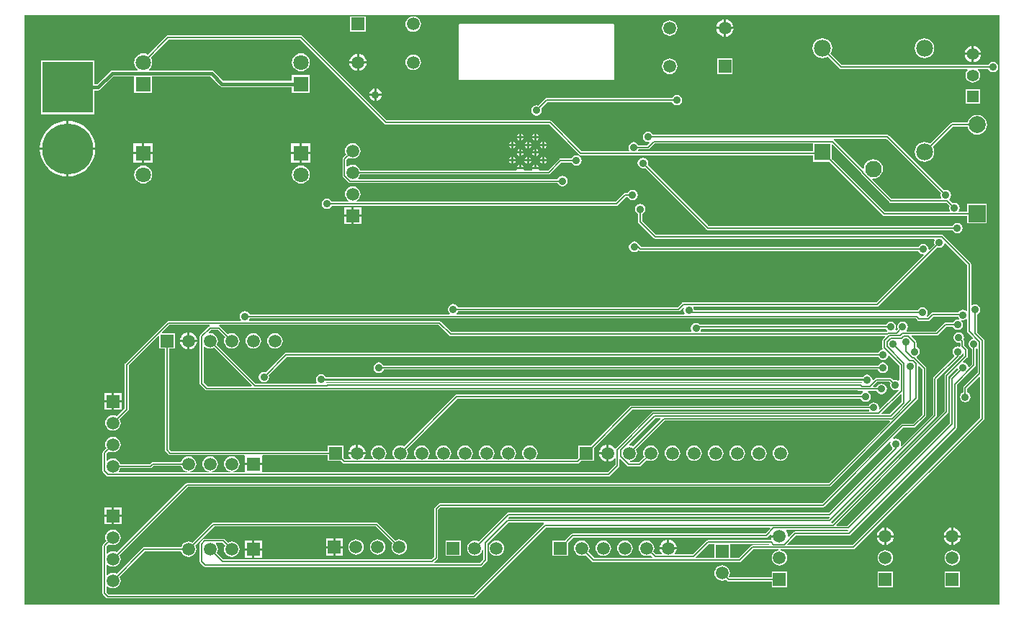
<source format=gbl>
G04*
G04 #@! TF.GenerationSoftware,Altium Limited,Altium Designer,20.1.12 (249)*
G04*
G04 Layer_Physical_Order=2*
G04 Layer_Color=16711680*
%FSLAX25Y25*%
%MOIN*%
G70*
G04*
G04 #@! TF.SameCoordinates,38D2292D-1979-4519-B741-68206640DF70*
G04*
G04*
G04 #@! TF.FilePolarity,Positive*
G04*
G01*
G75*
%ADD15C,0.01000*%
%ADD16C,0.00600*%
%ADD61C,0.01500*%
%ADD62R,0.05906X0.05906*%
%ADD63C,0.05906*%
%ADD64C,0.23622*%
%ADD65R,0.23622X0.23622*%
%ADD66R,0.05906X0.05906*%
%ADD67R,0.07087X0.07087*%
%ADD68C,0.07087*%
%ADD69C,0.07874*%
%ADD70R,0.07874X0.07874*%
%ADD71R,0.05512X0.05512*%
%ADD72C,0.05512*%
%ADD73C,0.07795*%
%ADD74C,0.07618*%
%ADD75R,0.07795X0.07795*%
%ADD76C,0.01181*%
%ADD77C,0.05937*%
%ADD78R,0.05937X0.05937*%
%ADD79C,0.03600*%
G36*
X451500Y2000D02*
X0D01*
Y275000D01*
X451500D01*
Y2000D01*
D02*
G37*
%LPC*%
G36*
X324795Y272795D02*
Y269358D01*
X328232D01*
X328162Y269894D01*
X327762Y270860D01*
X327126Y271689D01*
X326297Y272325D01*
X325331Y272725D01*
X324795Y272795D01*
D02*
G37*
G36*
X323795D02*
X323259Y272725D01*
X322294Y272325D01*
X321465Y271689D01*
X320829Y270860D01*
X320429Y269894D01*
X320358Y269358D01*
X323795D01*
Y272795D01*
D02*
G37*
G36*
X157978Y274285D02*
X150841D01*
Y267148D01*
X157978D01*
Y274285D01*
D02*
G37*
G36*
X180000Y274316D02*
X179068Y274193D01*
X178200Y273834D01*
X177455Y273262D01*
X176883Y272516D01*
X176523Y271648D01*
X176401Y270717D01*
X176523Y269785D01*
X176883Y268917D01*
X177455Y268172D01*
X178200Y267600D01*
X179068Y267240D01*
X180000Y267117D01*
X180932Y267240D01*
X181800Y267600D01*
X182545Y268172D01*
X183117Y268917D01*
X183477Y269785D01*
X183599Y270717D01*
X183477Y271648D01*
X183117Y272516D01*
X182545Y273262D01*
X181800Y273834D01*
X180932Y274193D01*
X180000Y274316D01*
D02*
G37*
G36*
X298705Y272458D02*
X297773Y272335D01*
X296905Y271975D01*
X296160Y271403D01*
X295588Y270658D01*
X295228Y269790D01*
X295106Y268858D01*
X295228Y267927D01*
X295588Y267059D01*
X296160Y266313D01*
X296905Y265741D01*
X297773Y265382D01*
X298705Y265259D01*
X299636Y265382D01*
X300504Y265741D01*
X301250Y266313D01*
X301822Y267059D01*
X302181Y267927D01*
X302304Y268858D01*
X302181Y269790D01*
X301822Y270658D01*
X301250Y271403D01*
X300504Y271975D01*
X299636Y272335D01*
X298705Y272458D01*
D02*
G37*
G36*
X328232Y268358D02*
X324795D01*
Y264921D01*
X325331Y264992D01*
X326297Y265392D01*
X327126Y266028D01*
X327762Y266857D01*
X328162Y267822D01*
X328232Y268358D01*
D02*
G37*
G36*
X323795D02*
X320358D01*
X320429Y267822D01*
X320829Y266857D01*
X321465Y266028D01*
X322294Y265392D01*
X323259Y264992D01*
X323795Y264921D01*
Y268358D01*
D02*
G37*
G36*
X439500Y260565D02*
Y257343D01*
X442723D01*
X442659Y257823D01*
X442281Y258737D01*
X441679Y259521D01*
X440894Y260123D01*
X439981Y260502D01*
X439500Y260565D01*
D02*
G37*
G36*
X438500D02*
X438020Y260502D01*
X437106Y260123D01*
X436321Y259521D01*
X435719Y258737D01*
X435341Y257823D01*
X435278Y257343D01*
X438500D01*
Y260565D01*
D02*
G37*
G36*
X416622Y264052D02*
X415448Y263898D01*
X414354Y263444D01*
X413414Y262723D01*
X412693Y261784D01*
X412240Y260690D01*
X412085Y259516D01*
X412240Y258342D01*
X412693Y257248D01*
X413414Y256308D01*
X414354Y255587D01*
X415448Y255134D01*
X416622Y254979D01*
X417796Y255134D01*
X418890Y255587D01*
X419830Y256308D01*
X420551Y257248D01*
X421004Y258342D01*
X421158Y259516D01*
X421004Y260690D01*
X420551Y261784D01*
X419830Y262723D01*
X418890Y263444D01*
X417796Y263898D01*
X416622Y264052D01*
D02*
G37*
G36*
X154909Y256937D02*
Y253500D01*
X158346D01*
X158276Y254036D01*
X157876Y255001D01*
X157240Y255830D01*
X156411Y256467D01*
X155445Y256866D01*
X154909Y256937D01*
D02*
G37*
G36*
X153909D02*
X153373Y256866D01*
X152408Y256467D01*
X151579Y255830D01*
X150943Y255001D01*
X150543Y254036D01*
X150472Y253500D01*
X153909D01*
Y256937D01*
D02*
G37*
G36*
X442723Y256343D02*
X439500D01*
Y253120D01*
X439981Y253183D01*
X440894Y253562D01*
X441679Y254164D01*
X442281Y254948D01*
X442659Y255862D01*
X442723Y256343D01*
D02*
G37*
G36*
X438500D02*
X435278D01*
X435341Y255862D01*
X435719Y254948D01*
X436321Y254164D01*
X437106Y253562D01*
X438020Y253183D01*
X438500Y253120D01*
Y256343D01*
D02*
G37*
G36*
X180000Y256599D02*
X179068Y256477D01*
X178200Y256117D01*
X177455Y255545D01*
X176883Y254800D01*
X176523Y253932D01*
X176401Y253000D01*
X176523Y252068D01*
X176883Y251200D01*
X177455Y250455D01*
X178200Y249883D01*
X179068Y249523D01*
X180000Y249401D01*
X180932Y249523D01*
X181800Y249883D01*
X182545Y250455D01*
X183117Y251200D01*
X183477Y252068D01*
X183599Y253000D01*
X183477Y253932D01*
X183117Y254800D01*
X182545Y255545D01*
X181800Y256117D01*
X180932Y256477D01*
X180000Y256599D01*
D02*
G37*
G36*
X158346Y252500D02*
X154909D01*
Y249063D01*
X155445Y249134D01*
X156411Y249534D01*
X157240Y250170D01*
X157876Y250999D01*
X158276Y251964D01*
X158346Y252500D01*
D02*
G37*
G36*
X153909D02*
X150472D01*
X150543Y251964D01*
X150943Y250999D01*
X151579Y250170D01*
X152408Y249534D01*
X153373Y249134D01*
X153909Y249063D01*
Y252500D01*
D02*
G37*
G36*
X128000Y257179D02*
X126918Y257037D01*
X125910Y256619D01*
X125045Y255955D01*
X124381Y255089D01*
X123963Y254082D01*
X123821Y253000D01*
X123963Y251918D01*
X124381Y250910D01*
X125045Y250045D01*
X125910Y249381D01*
X126918Y248963D01*
X128000Y248821D01*
X129082Y248963D01*
X130089Y249381D01*
X130955Y250045D01*
X131619Y250910D01*
X132037Y251918D01*
X132179Y253000D01*
X132037Y254082D01*
X131619Y255089D01*
X130955Y255955D01*
X130089Y256619D01*
X129082Y257037D01*
X128000Y257179D01*
D02*
G37*
G36*
X369378Y264052D02*
X368204Y263898D01*
X367110Y263444D01*
X366170Y262723D01*
X365449Y261784D01*
X364996Y260690D01*
X364842Y259516D01*
X364996Y258342D01*
X365449Y257248D01*
X366170Y256308D01*
X367110Y255587D01*
X368204Y255134D01*
X369378Y254979D01*
X370552Y255134D01*
X371646Y255587D01*
X371851Y255745D01*
X377445Y250151D01*
X377743Y249952D01*
X378094Y249882D01*
X436466D01*
X436573Y249568D01*
X436598Y249382D01*
X436069Y248692D01*
X435731Y247876D01*
X435615Y247000D01*
X435731Y246124D01*
X436069Y245308D01*
X436607Y244606D01*
X437308Y244069D01*
X438124Y243730D01*
X439000Y243615D01*
X439876Y243730D01*
X440692Y244069D01*
X441394Y244606D01*
X441931Y245308D01*
X442270Y246124D01*
X442385Y247000D01*
X442270Y247876D01*
X441931Y248692D01*
X441402Y249382D01*
X441428Y249568D01*
X441534Y249882D01*
X446035D01*
X446039Y249864D01*
X446570Y249070D01*
X447364Y248539D01*
X448300Y248353D01*
X449236Y248539D01*
X450030Y249070D01*
X450561Y249864D01*
X450747Y250800D01*
X450561Y251736D01*
X450030Y252530D01*
X449236Y253061D01*
X448300Y253247D01*
X447364Y253061D01*
X446570Y252530D01*
X446039Y251736D01*
X446035Y251718D01*
X378474D01*
X373149Y257042D01*
X373307Y257248D01*
X373760Y258342D01*
X373914Y259516D01*
X373760Y260690D01*
X373307Y261784D01*
X372586Y262723D01*
X371646Y263444D01*
X370552Y263898D01*
X369378Y264052D01*
D02*
G37*
G36*
X327864Y254710D02*
X320727D01*
Y247573D01*
X327864D01*
Y254710D01*
D02*
G37*
G36*
X298705Y254741D02*
X297773Y254618D01*
X296905Y254259D01*
X296160Y253687D01*
X295588Y252941D01*
X295228Y252073D01*
X295106Y251142D01*
X295228Y250210D01*
X295588Y249342D01*
X296160Y248597D01*
X296905Y248025D01*
X297773Y247665D01*
X298705Y247543D01*
X299636Y247665D01*
X300504Y248025D01*
X301250Y248597D01*
X301822Y249342D01*
X302181Y250210D01*
X302304Y251142D01*
X302181Y252073D01*
X301822Y252941D01*
X301250Y253687D01*
X300504Y254259D01*
X299636Y254618D01*
X298705Y254741D01*
D02*
G37*
G36*
X272433Y270846D02*
X201567D01*
X201108Y270656D01*
X200918Y270197D01*
Y245394D01*
X201108Y244935D01*
X201567Y244744D01*
X272433D01*
X272892Y244935D01*
X273082Y245394D01*
Y270197D01*
X272892Y270656D01*
X272433Y270846D01*
D02*
G37*
G36*
X163000Y240758D02*
Y238500D01*
X165258D01*
X165228Y238731D01*
X164946Y239412D01*
X164497Y239997D01*
X163912Y240446D01*
X163231Y240728D01*
X163000Y240758D01*
D02*
G37*
G36*
X162000D02*
X161769Y240728D01*
X161088Y240446D01*
X160503Y239997D01*
X160054Y239412D01*
X159772Y238731D01*
X159742Y238500D01*
X162000D01*
Y240758D01*
D02*
G37*
G36*
X165258Y237500D02*
X163000D01*
Y235242D01*
X163231Y235272D01*
X163912Y235554D01*
X164497Y236003D01*
X164946Y236588D01*
X165228Y237269D01*
X165258Y237500D01*
D02*
G37*
G36*
X162000D02*
X159742D01*
X159772Y237269D01*
X160054Y236588D01*
X160503Y236003D01*
X161088Y235554D01*
X161769Y235272D01*
X162000Y235242D01*
Y237500D01*
D02*
G37*
G36*
X442356Y240513D02*
X435644D01*
Y233802D01*
X442356D01*
Y240513D01*
D02*
G37*
G36*
X302000Y237947D02*
X301064Y237761D01*
X300270Y237230D01*
X299739Y236436D01*
X299735Y236418D01*
X241791D01*
X241440Y236348D01*
X241143Y236149D01*
X237952Y232959D01*
X237936Y232969D01*
X237000Y233156D01*
X236064Y232969D01*
X235270Y232439D01*
X234739Y231645D01*
X234553Y230709D01*
X234739Y229772D01*
X235270Y228978D01*
X236064Y228448D01*
X237000Y228262D01*
X237936Y228448D01*
X238730Y228978D01*
X239261Y229772D01*
X239447Y230709D01*
X239261Y231645D01*
X239250Y231661D01*
X242172Y234582D01*
X299735D01*
X299739Y234564D01*
X300270Y233770D01*
X301064Y233239D01*
X302000Y233053D01*
X302936Y233239D01*
X303730Y233770D01*
X304261Y234564D01*
X304447Y235500D01*
X304261Y236436D01*
X303730Y237230D01*
X302936Y237761D01*
X302000Y237947D01*
D02*
G37*
G36*
X441000Y228667D02*
X439816Y228511D01*
X438712Y228054D01*
X437764Y227326D01*
X437037Y226379D01*
X436580Y225275D01*
X436545Y225008D01*
X429228D01*
X428877Y224938D01*
X428580Y224740D01*
X419096Y215255D01*
X418890Y215413D01*
X417796Y215866D01*
X416622Y216021D01*
X415448Y215866D01*
X414354Y215413D01*
X413414Y214692D01*
X412693Y213752D01*
X412240Y212658D01*
X412085Y211484D01*
X412240Y210310D01*
X412693Y209216D01*
X413414Y208277D01*
X414354Y207556D01*
X415448Y207102D01*
X416622Y206948D01*
X417796Y207102D01*
X418890Y207556D01*
X419830Y208277D01*
X420551Y209216D01*
X421004Y210310D01*
X421158Y211484D01*
X421004Y212658D01*
X420551Y213752D01*
X420393Y213958D01*
X429608Y223173D01*
X436545D01*
X436580Y222906D01*
X437037Y221802D01*
X437764Y220855D01*
X438712Y220128D01*
X439816Y219670D01*
X441000Y219514D01*
X442184Y219670D01*
X443288Y220128D01*
X444236Y220855D01*
X444963Y221802D01*
X445420Y222906D01*
X445576Y224091D01*
X445420Y225275D01*
X444963Y226379D01*
X444236Y227326D01*
X443288Y228054D01*
X442184Y228511D01*
X441000Y228667D01*
D02*
G37*
G36*
X237175Y219928D02*
Y218906D01*
X238197D01*
X238174Y219026D01*
X237822Y219552D01*
X237296Y219904D01*
X237175Y219928D01*
D02*
G37*
G36*
X236175D02*
X236055Y219904D01*
X235528Y219552D01*
X235177Y219026D01*
X235153Y218906D01*
X236175D01*
Y219928D01*
D02*
G37*
G36*
X229951D02*
Y218906D01*
X230973D01*
X230949Y219026D01*
X230597Y219552D01*
X230071Y219904D01*
X229951Y219928D01*
D02*
G37*
G36*
X228951D02*
X228830Y219904D01*
X228304Y219552D01*
X227953Y219026D01*
X227928Y218906D01*
X228951D01*
Y219928D01*
D02*
G37*
G36*
X238197Y217906D02*
X237175D01*
Y216883D01*
X237296Y216907D01*
X237822Y217259D01*
X238174Y217785D01*
X238197Y217906D01*
D02*
G37*
G36*
X236175D02*
X235153D01*
X235177Y217785D01*
X235528Y217259D01*
X236055Y216907D01*
X236175Y216883D01*
Y217906D01*
D02*
G37*
G36*
X230973D02*
X229951D01*
Y216883D01*
X230071Y216907D01*
X230597Y217259D01*
X230949Y217785D01*
X230973Y217906D01*
D02*
G37*
G36*
X228951D02*
X227928D01*
X227953Y217785D01*
X228304Y217259D01*
X228830Y216907D01*
X228951Y216883D01*
Y217906D01*
D02*
G37*
G36*
X240787Y216316D02*
Y215293D01*
X241810D01*
X241786Y215414D01*
X241434Y215940D01*
X240908Y216292D01*
X240787Y216316D01*
D02*
G37*
G36*
X239787D02*
X239667Y216292D01*
X239141Y215940D01*
X238789Y215414D01*
X238765Y215293D01*
X239787D01*
Y216316D01*
D02*
G37*
G36*
X233563D02*
Y215293D01*
X234585D01*
X234561Y215414D01*
X234210Y215940D01*
X233684Y216292D01*
X233563Y216316D01*
D02*
G37*
G36*
X232563D02*
X232442Y216292D01*
X231916Y215940D01*
X231565Y215414D01*
X231541Y215293D01*
X232563D01*
Y216316D01*
D02*
G37*
G36*
X226339D02*
Y215293D01*
X227361D01*
X227337Y215414D01*
X226985Y215940D01*
X226459Y216292D01*
X226339Y216316D01*
D02*
G37*
G36*
X225339D02*
X225218Y216292D01*
X224692Y215940D01*
X224340Y215414D01*
X224316Y215293D01*
X225339D01*
Y216316D01*
D02*
G37*
G36*
X20500Y225811D02*
Y213500D01*
X32811D01*
X32692Y215010D01*
X32222Y216971D01*
X31450Y218834D01*
X30396Y220553D01*
X29087Y222087D01*
X27553Y223396D01*
X25834Y224450D01*
X23971Y225222D01*
X22010Y225692D01*
X20500Y225811D01*
D02*
G37*
G36*
X19500D02*
X17990Y225692D01*
X16029Y225222D01*
X14166Y224450D01*
X12447Y223396D01*
X10913Y222087D01*
X9604Y220553D01*
X8550Y218834D01*
X7778Y216971D01*
X7308Y215010D01*
X7189Y213500D01*
X19500D01*
Y225811D01*
D02*
G37*
G36*
X241810Y214293D02*
X240787D01*
Y213271D01*
X240908Y213295D01*
X241434Y213647D01*
X241786Y214173D01*
X241810Y214293D01*
D02*
G37*
G36*
X239787D02*
X238765D01*
X238789Y214173D01*
X239141Y213647D01*
X239667Y213295D01*
X239787Y213271D01*
Y214293D01*
D02*
G37*
G36*
X234585D02*
X233563D01*
Y213271D01*
X233684Y213295D01*
X234210Y213647D01*
X234561Y214173D01*
X234585Y214293D01*
D02*
G37*
G36*
X232563D02*
X231541D01*
X231565Y214173D01*
X231916Y213647D01*
X232442Y213295D01*
X232563Y213271D01*
Y214293D01*
D02*
G37*
G36*
X227361D02*
X226339D01*
Y213271D01*
X226459Y213295D01*
X226985Y213647D01*
X227337Y214173D01*
X227361Y214293D01*
D02*
G37*
G36*
X225339D02*
X224316D01*
X224340Y214173D01*
X224692Y213647D01*
X225218Y213295D01*
X225339Y213271D01*
Y214293D01*
D02*
G37*
G36*
X237175Y212703D02*
Y211681D01*
X238197D01*
X238174Y211802D01*
X237822Y212328D01*
X237296Y212680D01*
X237175Y212703D01*
D02*
G37*
G36*
X236175D02*
X236055Y212680D01*
X235528Y212328D01*
X235177Y211802D01*
X235153Y211681D01*
X236175D01*
Y212703D01*
D02*
G37*
G36*
X229951D02*
Y211681D01*
X230973D01*
X230949Y211802D01*
X230597Y212328D01*
X230071Y212680D01*
X229951Y212703D01*
D02*
G37*
G36*
X228951D02*
X228830Y212680D01*
X228304Y212328D01*
X227953Y211802D01*
X227928Y211681D01*
X228951D01*
Y212703D01*
D02*
G37*
G36*
X132543Y215543D02*
X128500D01*
Y211500D01*
X132543D01*
Y215543D01*
D02*
G37*
G36*
X59543D02*
X55500D01*
Y211500D01*
X59543D01*
Y215543D01*
D02*
G37*
G36*
X127500D02*
X123457D01*
Y211500D01*
X127500D01*
Y215543D01*
D02*
G37*
G36*
X54500D02*
X50457D01*
Y211500D01*
X54500D01*
Y215543D01*
D02*
G37*
G36*
X238197Y210681D02*
X237175D01*
Y209659D01*
X237296Y209683D01*
X237822Y210034D01*
X238174Y210561D01*
X238197Y210681D01*
D02*
G37*
G36*
X236175D02*
X235153D01*
X235177Y210561D01*
X235528Y210034D01*
X236055Y209683D01*
X236175Y209659D01*
Y210681D01*
D02*
G37*
G36*
X230973D02*
X229951D01*
Y209659D01*
X230071Y209683D01*
X230597Y210034D01*
X230949Y210561D01*
X230973Y210681D01*
D02*
G37*
G36*
X228951D02*
X227928D01*
X227953Y210561D01*
X228304Y210034D01*
X228830Y209683D01*
X228951Y209659D01*
Y210681D01*
D02*
G37*
G36*
X240787Y209091D02*
Y208069D01*
X241810D01*
X241786Y208190D01*
X241434Y208716D01*
X240908Y209067D01*
X240787Y209091D01*
D02*
G37*
G36*
X239787D02*
X239667Y209067D01*
X239141Y208716D01*
X238789Y208190D01*
X238765Y208069D01*
X239787D01*
Y209091D01*
D02*
G37*
G36*
X233563D02*
Y208069D01*
X234585D01*
X234561Y208190D01*
X234210Y208716D01*
X233684Y209067D01*
X233563Y209091D01*
D02*
G37*
G36*
X232563D02*
X232442Y209067D01*
X231916Y208716D01*
X231565Y208190D01*
X231541Y208069D01*
X232563D01*
Y209091D01*
D02*
G37*
G36*
X226339D02*
Y208069D01*
X227361D01*
X227337Y208190D01*
X226985Y208716D01*
X226459Y209067D01*
X226339Y209091D01*
D02*
G37*
G36*
X225339D02*
X225218Y209067D01*
X224692Y208716D01*
X224340Y208190D01*
X224316Y208069D01*
X225339D01*
Y209091D01*
D02*
G37*
G36*
X132543Y210500D02*
X128500D01*
Y206457D01*
X132543D01*
Y210500D01*
D02*
G37*
G36*
X127500D02*
X123457D01*
Y206457D01*
X127500D01*
Y210500D01*
D02*
G37*
G36*
X59543D02*
X55500D01*
Y206457D01*
X59543D01*
Y210500D01*
D02*
G37*
G36*
X54500D02*
X50457D01*
Y206457D01*
X54500D01*
Y210500D01*
D02*
G37*
G36*
X241810Y207069D02*
X240787D01*
Y206047D01*
X240908Y206071D01*
X241434Y206422D01*
X241786Y206948D01*
X241810Y207069D01*
D02*
G37*
G36*
X239787D02*
X238765D01*
X238789Y206948D01*
X239141Y206422D01*
X239667Y206071D01*
X239787Y206047D01*
Y207069D01*
D02*
G37*
G36*
X234585D02*
X233563D01*
Y206047D01*
X233684Y206071D01*
X234210Y206422D01*
X234561Y206948D01*
X234585Y207069D01*
D02*
G37*
G36*
X232563D02*
X231541D01*
X231565Y206948D01*
X231916Y206422D01*
X232442Y206071D01*
X232563Y206047D01*
Y207069D01*
D02*
G37*
G36*
X227361D02*
X226339D01*
Y206047D01*
X226459Y206071D01*
X226985Y206422D01*
X227337Y206948D01*
X227361Y207069D01*
D02*
G37*
G36*
X225339D02*
X224316D01*
X224340Y206948D01*
X224692Y206422D01*
X225218Y206071D01*
X225339Y206047D01*
Y207069D01*
D02*
G37*
G36*
X152000Y215583D02*
X151073Y215461D01*
X150208Y215103D01*
X149466Y214534D01*
X148897Y213792D01*
X148539Y212927D01*
X148417Y212000D01*
X148539Y211073D01*
X148897Y210208D01*
X148903Y210200D01*
X147498Y208796D01*
X147300Y208498D01*
X147230Y208147D01*
Y200404D01*
X147300Y200053D01*
X147498Y199755D01*
X149902Y197351D01*
X150200Y197152D01*
X150551Y197082D01*
X246736D01*
X246739Y197064D01*
X247270Y196270D01*
X248064Y195739D01*
X249000Y195553D01*
X249936Y195739D01*
X250730Y196270D01*
X251261Y197064D01*
X251447Y198000D01*
X251261Y198936D01*
X250730Y199730D01*
X249936Y200261D01*
X249000Y200447D01*
X248064Y200261D01*
X247270Y199730D01*
X246739Y198936D01*
X246736Y198918D01*
X154597D01*
X154436Y199391D01*
X154534Y199466D01*
X155103Y200208D01*
X155461Y201073D01*
X155463Y201082D01*
X242700D01*
X243051Y201152D01*
X243349Y201351D01*
X248580Y206582D01*
X253236D01*
X253239Y206564D01*
X253770Y205770D01*
X254564Y205239D01*
X255500Y205053D01*
X256436Y205239D01*
X257230Y205770D01*
X257761Y206564D01*
X257947Y207500D01*
X257761Y208436D01*
X257230Y209230D01*
X256436Y209761D01*
X255500Y209947D01*
X254564Y209761D01*
X253770Y209230D01*
X253239Y208436D01*
X253236Y208418D01*
X248200D01*
X247849Y208348D01*
X247551Y208149D01*
X242320Y202918D01*
X238438D01*
X238190Y203418D01*
X238197Y203457D01*
X235153D01*
X235161Y203418D01*
X234912Y202918D01*
X231214D01*
X230965Y203418D01*
X230973Y203457D01*
X227928D01*
X227936Y203418D01*
X227688Y202918D01*
X155463D01*
X155461Y202927D01*
X155103Y203792D01*
X154534Y204534D01*
X153792Y205103D01*
X152927Y205461D01*
X152000Y205583D01*
X151073Y205461D01*
X150208Y205103D01*
X149565Y204610D01*
X149065Y204763D01*
Y207767D01*
X150200Y208903D01*
X150208Y208897D01*
X151073Y208539D01*
X152000Y208417D01*
X152927Y208539D01*
X153792Y208897D01*
X154534Y209466D01*
X155103Y210208D01*
X155461Y211073D01*
X155583Y212000D01*
X155461Y212927D01*
X155103Y213792D01*
X154534Y214534D01*
X153792Y215103D01*
X152927Y215461D01*
X152000Y215583D01*
D02*
G37*
G36*
X237175Y205479D02*
Y204457D01*
X238197D01*
X238174Y204577D01*
X237822Y205103D01*
X237296Y205455D01*
X237175Y205479D01*
D02*
G37*
G36*
X236175D02*
X236055Y205455D01*
X235528Y205103D01*
X235177Y204577D01*
X235153Y204457D01*
X236175D01*
Y205479D01*
D02*
G37*
G36*
X229951D02*
Y204457D01*
X230973D01*
X230949Y204577D01*
X230597Y205103D01*
X230071Y205455D01*
X229951Y205479D01*
D02*
G37*
G36*
X228951D02*
X228830Y205455D01*
X228304Y205103D01*
X227953Y204577D01*
X227928Y204457D01*
X228951D01*
Y205479D01*
D02*
G37*
G36*
X32811Y212500D02*
X20500D01*
Y200189D01*
X22010Y200308D01*
X23971Y200778D01*
X25834Y201550D01*
X27553Y202604D01*
X29087Y203913D01*
X30396Y205447D01*
X31450Y207166D01*
X32222Y209029D01*
X32692Y210990D01*
X32811Y212500D01*
D02*
G37*
G36*
X19500D02*
X7189D01*
X7308Y210990D01*
X7778Y209029D01*
X8550Y207166D01*
X9604Y205447D01*
X10913Y203913D01*
X12447Y202604D01*
X14166Y201550D01*
X16029Y200778D01*
X17990Y200308D01*
X19500Y200189D01*
Y212500D01*
D02*
G37*
G36*
X128000Y205179D02*
X126918Y205037D01*
X125910Y204619D01*
X125045Y203955D01*
X124381Y203089D01*
X123963Y202082D01*
X123821Y201000D01*
X123963Y199918D01*
X124381Y198910D01*
X125045Y198045D01*
X125910Y197381D01*
X126918Y196963D01*
X128000Y196821D01*
X129082Y196963D01*
X130089Y197381D01*
X130955Y198045D01*
X131619Y198910D01*
X132037Y199918D01*
X132179Y201000D01*
X132037Y202082D01*
X131619Y203089D01*
X130955Y203955D01*
X130089Y204619D01*
X129082Y205037D01*
X128000Y205179D01*
D02*
G37*
G36*
X55000D02*
X53918Y205037D01*
X52911Y204619D01*
X52045Y203955D01*
X51381Y203089D01*
X50963Y202082D01*
X50821Y201000D01*
X50963Y199918D01*
X51381Y198910D01*
X52045Y198045D01*
X52911Y197381D01*
X53918Y196963D01*
X55000Y196821D01*
X56082Y196963D01*
X57090Y197381D01*
X57955Y198045D01*
X58619Y198910D01*
X59037Y199918D01*
X59179Y201000D01*
X59037Y202082D01*
X58619Y203089D01*
X57955Y203955D01*
X57090Y204619D01*
X56082Y205037D01*
X55000Y205179D01*
D02*
G37*
G36*
X152000Y195583D02*
X151073Y195461D01*
X150208Y195103D01*
X149466Y194534D01*
X148897Y193792D01*
X148539Y192927D01*
X148417Y192000D01*
X148539Y191073D01*
X148897Y190208D01*
X149466Y189466D01*
X150181Y188918D01*
X150184Y188865D01*
X149957Y188418D01*
X142365D01*
X142361Y188436D01*
X141830Y189230D01*
X141036Y189761D01*
X140100Y189947D01*
X139164Y189761D01*
X138370Y189230D01*
X137839Y188436D01*
X137653Y187500D01*
X137839Y186564D01*
X138370Y185770D01*
X139164Y185239D01*
X140100Y185053D01*
X141036Y185239D01*
X141830Y185770D01*
X142361Y186564D01*
X142365Y186582D01*
X274200D01*
X274551Y186652D01*
X274849Y186851D01*
X278580Y190582D01*
X279236D01*
X279239Y190564D01*
X279770Y189770D01*
X280564Y189239D01*
X281500Y189053D01*
X282436Y189239D01*
X283230Y189770D01*
X283761Y190564D01*
X283947Y191500D01*
X283761Y192436D01*
X283230Y193230D01*
X282436Y193761D01*
X281500Y193947D01*
X280564Y193761D01*
X279770Y193230D01*
X279239Y192436D01*
X279236Y192418D01*
X278200D01*
X277849Y192348D01*
X277551Y192149D01*
X273820Y188418D01*
X154043D01*
X153816Y188865D01*
X153819Y188918D01*
X154534Y189466D01*
X155103Y190208D01*
X155461Y191073D01*
X155583Y192000D01*
X155461Y192927D01*
X155103Y193792D01*
X154534Y194534D01*
X153792Y195103D01*
X152927Y195461D01*
X152000Y195583D01*
D02*
G37*
G36*
X155953Y185953D02*
X152500D01*
Y182500D01*
X155953D01*
Y185953D01*
D02*
G37*
G36*
X151500D02*
X148047D01*
Y182500D01*
X151500D01*
Y185953D01*
D02*
G37*
G36*
X128000Y265418D02*
X66500D01*
X66149Y265348D01*
X65851Y265149D01*
X57221Y256519D01*
X57090Y256619D01*
X56082Y257037D01*
X55000Y257179D01*
X53918Y257037D01*
X52911Y256619D01*
X52045Y255955D01*
X51381Y255089D01*
X50963Y254082D01*
X50821Y253000D01*
X50963Y251918D01*
X51381Y250910D01*
X52045Y250045D01*
X52395Y249777D01*
X52225Y249276D01*
X40700D01*
X40173Y249172D01*
X39727Y248873D01*
X33576Y242723D01*
X32411D01*
Y253757D01*
X7589D01*
Y228935D01*
X32411D01*
Y239970D01*
X34146D01*
X34673Y240075D01*
X35120Y240373D01*
X41270Y246523D01*
X50857D01*
Y238857D01*
X59143D01*
Y246523D01*
X86030D01*
X90527Y242027D01*
X90527Y242027D01*
X90973Y241728D01*
X91500Y241623D01*
X91500Y241623D01*
X123857D01*
Y238857D01*
X132143D01*
Y247143D01*
X123857D01*
Y244376D01*
X92070D01*
X87573Y248873D01*
X87127Y249172D01*
X86600Y249276D01*
X57775D01*
X57605Y249777D01*
X57955Y250045D01*
X58619Y250910D01*
X59037Y251918D01*
X59179Y253000D01*
X59037Y254082D01*
X58619Y255089D01*
X58518Y255221D01*
X66880Y263582D01*
X127620D01*
X166751Y224451D01*
X167049Y224252D01*
X167400Y224182D01*
X242920D01*
X256851Y210251D01*
X257149Y210052D01*
X257500Y209982D01*
X364880D01*
Y206987D01*
X372578D01*
X397413Y182151D01*
X397711Y181952D01*
X398062Y181882D01*
X436463D01*
Y178372D01*
X445537D01*
Y187446D01*
X436463D01*
Y183718D01*
X432797D01*
X432530Y184218D01*
X432761Y184564D01*
X432947Y185500D01*
X432761Y186436D01*
X432230Y187230D01*
X431436Y187761D01*
X430500Y187947D01*
X429564Y187761D01*
X429548Y187750D01*
X428170Y189128D01*
X428230Y189770D01*
X428761Y190564D01*
X428947Y191500D01*
X428761Y192436D01*
X428230Y193230D01*
X427436Y193761D01*
X426500Y193947D01*
X425564Y193761D01*
X425548Y193750D01*
X400149Y219149D01*
X399851Y219348D01*
X399500Y219418D01*
X290973D01*
X290969Y219436D01*
X290439Y220230D01*
X289645Y220761D01*
X288709Y220947D01*
X287772Y220761D01*
X286978Y220230D01*
X286448Y219436D01*
X286262Y218500D01*
X286448Y217564D01*
X286978Y216770D01*
X287772Y216239D01*
X288709Y216053D01*
X289132Y216137D01*
X289379Y215676D01*
X288220Y214518D01*
X284264D01*
X284261Y214536D01*
X283730Y215330D01*
X282936Y215861D01*
X282000Y216047D01*
X281064Y215861D01*
X280270Y215330D01*
X279739Y214536D01*
X279553Y213600D01*
X279739Y212664D01*
X279970Y212318D01*
X279703Y211818D01*
X257880D01*
X243949Y225749D01*
X243651Y225948D01*
X243300Y226018D01*
X167780D01*
X128649Y265149D01*
X128351Y265348D01*
X128000Y265418D01*
D02*
G37*
G36*
X155953Y181500D02*
X152500D01*
Y178047D01*
X155953D01*
Y181500D01*
D02*
G37*
G36*
X151500D02*
X148047D01*
Y178047D01*
X151500D01*
Y181500D01*
D02*
G37*
G36*
X286309Y208747D02*
X285372Y208561D01*
X284578Y208030D01*
X284048Y207236D01*
X283862Y206300D01*
X284048Y205364D01*
X284578Y204570D01*
X285372Y204039D01*
X286309Y203853D01*
X287245Y204039D01*
X287261Y204050D01*
X315760Y175551D01*
X316057Y175352D01*
X316409Y175282D01*
X429586D01*
X429589Y175264D01*
X430120Y174470D01*
X430914Y173939D01*
X431850Y173753D01*
X432786Y173939D01*
X433580Y174470D01*
X434111Y175264D01*
X434297Y176200D01*
X434111Y177136D01*
X433580Y177930D01*
X432786Y178461D01*
X431850Y178647D01*
X430914Y178461D01*
X430120Y177930D01*
X429589Y177136D01*
X429586Y177118D01*
X316789D01*
X288559Y205348D01*
X288569Y205364D01*
X288756Y206300D01*
X288569Y207236D01*
X288039Y208030D01*
X287245Y208561D01*
X286309Y208747D01*
D02*
G37*
G36*
X285000Y187447D02*
X284064Y187261D01*
X283270Y186730D01*
X282739Y185936D01*
X282553Y185000D01*
X282739Y184064D01*
X283270Y183270D01*
X284064Y182739D01*
X284082Y182736D01*
Y179100D01*
X284152Y178749D01*
X284351Y178451D01*
X291251Y171551D01*
X291549Y171352D01*
X291900Y171282D01*
X421203D01*
X421470Y170782D01*
X421239Y170436D01*
X421053Y169500D01*
X421239Y168564D01*
X421250Y168548D01*
X418896Y166194D01*
X418435Y166440D01*
X418447Y166500D01*
X418261Y167436D01*
X417730Y168230D01*
X416936Y168761D01*
X416000Y168947D01*
X415064Y168761D01*
X414270Y168230D01*
X413739Y167436D01*
X413735Y167418D01*
X285580D01*
X284749Y168249D01*
X284598Y168350D01*
X284561Y168536D01*
X284030Y169330D01*
X283236Y169861D01*
X282300Y170047D01*
X281364Y169861D01*
X280570Y169330D01*
X280039Y168536D01*
X279853Y167600D01*
X280039Y166664D01*
X280570Y165870D01*
X281364Y165339D01*
X282300Y165153D01*
X283236Y165339D01*
X284030Y165870D01*
X284353Y165902D01*
X284598Y165820D01*
X284849Y165652D01*
X285200Y165582D01*
X413735D01*
X413739Y165564D01*
X414270Y164770D01*
X415064Y164239D01*
X416000Y164053D01*
X416060Y164065D01*
X416306Y163604D01*
X394468Y141766D01*
X304884D01*
X304533Y141696D01*
X304235Y141497D01*
X302256Y139518D01*
X200764D01*
X200761Y139536D01*
X200230Y140330D01*
X199436Y140861D01*
X198500Y141047D01*
X197564Y140861D01*
X196770Y140330D01*
X196239Y139536D01*
X196053Y138600D01*
X196239Y137664D01*
X196770Y136870D01*
X196997Y136718D01*
X196846Y136218D01*
X104365D01*
X104361Y136236D01*
X103830Y137030D01*
X103036Y137561D01*
X102100Y137747D01*
X101164Y137561D01*
X100370Y137030D01*
X99839Y136236D01*
X99653Y135300D01*
X99839Y134364D01*
X100271Y133718D01*
X100065Y133218D01*
X66600D01*
X66249Y133148D01*
X65951Y132949D01*
X46651Y113649D01*
X46452Y113351D01*
X46382Y113000D01*
Y92680D01*
X42800Y89097D01*
X42792Y89103D01*
X41927Y89461D01*
X41000Y89583D01*
X40073Y89461D01*
X39208Y89103D01*
X38466Y88534D01*
X37897Y87792D01*
X37539Y86927D01*
X37417Y86000D01*
X37539Y85073D01*
X37897Y84208D01*
X38466Y83466D01*
X39208Y82897D01*
X40073Y82539D01*
X41000Y82417D01*
X41927Y82539D01*
X42792Y82897D01*
X43534Y83466D01*
X44103Y84208D01*
X44461Y85073D01*
X44583Y86000D01*
X44461Y86927D01*
X44103Y87792D01*
X44097Y87800D01*
X47949Y91651D01*
X48148Y91949D01*
X48218Y92300D01*
Y112620D01*
X61985Y126388D01*
X62447Y126196D01*
Y120447D01*
X65082D01*
Y73500D01*
X65152Y73149D01*
X65351Y72851D01*
X66851Y71351D01*
X67149Y71152D01*
X67500Y71082D01*
X101601D01*
X102047Y70953D01*
X102047Y70582D01*
Y67500D01*
X106000D01*
X109953D01*
Y70582D01*
X109953Y70953D01*
X110399Y71082D01*
X140447D01*
Y68447D01*
X146255D01*
X147251Y67451D01*
X147549Y67252D01*
X147900Y67182D01*
X256100D01*
X256451Y67252D01*
X256749Y67451D01*
X257745Y68447D01*
X263553D01*
Y74255D01*
X281433Y92135D01*
X390887D01*
X391144Y91722D01*
X390903Y91271D01*
X291207D01*
X290856Y91201D01*
X290558Y91002D01*
X273851Y74295D01*
X273850Y74294D01*
X273237Y74275D01*
X272819Y74819D01*
X271993Y75453D01*
X271032Y75851D01*
X270500Y75921D01*
Y72000D01*
Y68079D01*
X271032Y68149D01*
X271993Y68547D01*
X272819Y69181D01*
X273082Y69524D01*
X273582Y69354D01*
Y66630D01*
X269970Y63018D01*
X110441D01*
X109953Y63047D01*
X109953Y63518D01*
Y66500D01*
X106000D01*
X102047D01*
X102047Y63047D01*
X101559Y63018D01*
X96800D01*
X96767Y63518D01*
X96927Y63539D01*
X97792Y63897D01*
X98534Y64466D01*
X99103Y65208D01*
X99461Y66073D01*
X99583Y67000D01*
X99461Y67927D01*
X99103Y68792D01*
X98534Y69534D01*
X97792Y70103D01*
X96927Y70461D01*
X96000Y70583D01*
X95073Y70461D01*
X94208Y70103D01*
X93466Y69534D01*
X92897Y68792D01*
X92539Y67927D01*
X92417Y67000D01*
X92539Y66073D01*
X92897Y65208D01*
X93466Y64466D01*
X94208Y63897D01*
X95073Y63539D01*
X95232Y63518D01*
X95200Y63018D01*
X86800D01*
X86768Y63518D01*
X86927Y63539D01*
X87792Y63897D01*
X88534Y64466D01*
X89103Y65208D01*
X89461Y66073D01*
X89583Y67000D01*
X89461Y67927D01*
X89103Y68792D01*
X88534Y69534D01*
X87792Y70103D01*
X86927Y70461D01*
X86000Y70583D01*
X85073Y70461D01*
X84208Y70103D01*
X83466Y69534D01*
X82897Y68792D01*
X82539Y67927D01*
X82417Y67000D01*
X82539Y66073D01*
X82897Y65208D01*
X83466Y64466D01*
X84208Y63897D01*
X85073Y63539D01*
X85233Y63518D01*
X85200Y63018D01*
X76800D01*
X76767Y63518D01*
X76927Y63539D01*
X77792Y63897D01*
X78534Y64466D01*
X79103Y65208D01*
X79461Y66073D01*
X79583Y67000D01*
X79461Y67927D01*
X79103Y68792D01*
X78534Y69534D01*
X77792Y70103D01*
X76927Y70461D01*
X76000Y70583D01*
X75073Y70461D01*
X74208Y70103D01*
X73466Y69534D01*
X72897Y68792D01*
X72539Y67927D01*
X72537Y67918D01*
X59500D01*
X59149Y67848D01*
X58851Y67649D01*
X58120Y66918D01*
X44463D01*
X44461Y66927D01*
X44103Y67792D01*
X43534Y68534D01*
X42792Y69103D01*
X41927Y69461D01*
X41000Y69583D01*
X40073Y69461D01*
X39208Y69103D01*
X38518Y68573D01*
X38060Y68672D01*
X38018Y68686D01*
Y71720D01*
X39200Y72903D01*
X39208Y72897D01*
X40073Y72539D01*
X41000Y72417D01*
X41927Y72539D01*
X42792Y72897D01*
X43534Y73466D01*
X44103Y74208D01*
X44461Y75073D01*
X44583Y76000D01*
X44461Y76927D01*
X44103Y77792D01*
X43534Y78534D01*
X42792Y79103D01*
X41927Y79461D01*
X41000Y79583D01*
X40073Y79461D01*
X39208Y79103D01*
X38466Y78534D01*
X37897Y77792D01*
X37539Y76927D01*
X37417Y76000D01*
X37539Y75073D01*
X37897Y74208D01*
X37903Y74200D01*
X36451Y72749D01*
X36252Y72451D01*
X36182Y72100D01*
Y63750D01*
X36252Y63399D01*
X36451Y63101D01*
X38101Y61451D01*
X38399Y61252D01*
X38750Y61182D01*
X270350D01*
X270701Y61252D01*
X270999Y61451D01*
X275149Y65601D01*
X275348Y65899D01*
X275418Y66250D01*
Y69129D01*
X275918Y69336D01*
X279050Y66204D01*
X279347Y66005D01*
X279699Y65935D01*
X284853D01*
X285204Y66005D01*
X285502Y66204D01*
X288200Y68903D01*
X288208Y68897D01*
X289073Y68539D01*
X290000Y68417D01*
X290927Y68539D01*
X291792Y68897D01*
X292534Y69466D01*
X293103Y70208D01*
X293461Y71073D01*
X293583Y72000D01*
X293461Y72927D01*
X293103Y73792D01*
X292534Y74534D01*
X291792Y75103D01*
X290927Y75461D01*
X290000Y75583D01*
X289073Y75461D01*
X288208Y75103D01*
X287466Y74534D01*
X286897Y73792D01*
X286539Y72927D01*
X286417Y72000D01*
X286539Y71073D01*
X286897Y70208D01*
X286903Y70200D01*
X284473Y67770D01*
X280338D01*
X280226Y67942D01*
X280472Y68479D01*
X280927Y68539D01*
X281792Y68897D01*
X282534Y69466D01*
X283103Y70208D01*
X283461Y71073D01*
X283583Y72000D01*
X283461Y72927D01*
X283103Y73792D01*
X283097Y73800D01*
X296333Y87035D01*
X400481D01*
X400673Y86573D01*
X372317Y58218D01*
X75300D01*
X74949Y58148D01*
X74651Y57949D01*
X42800Y26097D01*
X42792Y26103D01*
X41927Y26461D01*
X41000Y26583D01*
X40073Y26461D01*
X39208Y26103D01*
X38518Y25573D01*
X38060Y25672D01*
X38018Y25686D01*
Y28720D01*
X39200Y29903D01*
X39208Y29897D01*
X40073Y29539D01*
X41000Y29417D01*
X41927Y29539D01*
X42792Y29897D01*
X43534Y30466D01*
X44103Y31208D01*
X44461Y32073D01*
X44583Y33000D01*
X44461Y33927D01*
X44103Y34792D01*
X43534Y35534D01*
X42792Y36103D01*
X41927Y36461D01*
X41000Y36583D01*
X40073Y36461D01*
X39208Y36103D01*
X38466Y35534D01*
X37897Y34792D01*
X37539Y33927D01*
X37417Y33000D01*
X37539Y32073D01*
X37897Y31208D01*
X37903Y31200D01*
X36451Y29749D01*
X36252Y29451D01*
X36182Y29100D01*
Y7250D01*
X36252Y6899D01*
X36451Y6601D01*
X38101Y4951D01*
X38399Y4752D01*
X38750Y4682D01*
X208100D01*
X208451Y4752D01*
X208749Y4951D01*
X241433Y37635D01*
X345184D01*
X345375Y37173D01*
X342920Y34718D01*
X253800D01*
X253449Y34648D01*
X253151Y34449D01*
X250255Y31553D01*
X244447D01*
Y24447D01*
X251553D01*
Y30255D01*
X254180Y32882D01*
X343300D01*
X343651Y32952D01*
X343949Y33151D01*
X345117Y34319D01*
X345590Y34085D01*
X345579Y34000D01*
X349500D01*
Y33000D01*
X345579D01*
X345649Y32468D01*
X345764Y32191D01*
X345419Y31718D01*
X316300D01*
X315949Y31648D01*
X315651Y31449D01*
X309220Y25018D01*
X301324D01*
X301078Y25518D01*
X301453Y26007D01*
X301851Y26968D01*
X301921Y27500D01*
X294079D01*
X294149Y26968D01*
X294547Y26007D01*
X294922Y25518D01*
X294676Y25018D01*
X292280D01*
X291097Y26200D01*
X291103Y26208D01*
X291461Y27073D01*
X291583Y28000D01*
X291461Y28927D01*
X291103Y29792D01*
X290534Y30534D01*
X289792Y31103D01*
X288927Y31461D01*
X288000Y31583D01*
X287073Y31461D01*
X286208Y31103D01*
X285466Y30534D01*
X284897Y29792D01*
X284539Y28927D01*
X284417Y28000D01*
X284539Y27073D01*
X284897Y26208D01*
X285466Y25466D01*
X286208Y24897D01*
X287073Y24539D01*
X288000Y24417D01*
X288927Y24539D01*
X289792Y24897D01*
X289800Y24903D01*
X290785Y23918D01*
X290578Y23418D01*
X263880D01*
X261097Y26200D01*
X261103Y26208D01*
X261461Y27073D01*
X261583Y28000D01*
X261461Y28927D01*
X261103Y29792D01*
X260534Y30534D01*
X259792Y31103D01*
X258927Y31461D01*
X258000Y31583D01*
X257073Y31461D01*
X256208Y31103D01*
X255466Y30534D01*
X254897Y29792D01*
X254539Y28927D01*
X254417Y28000D01*
X254539Y27073D01*
X254897Y26208D01*
X255466Y25466D01*
X256208Y24897D01*
X257073Y24539D01*
X258000Y24417D01*
X258927Y24539D01*
X259792Y24897D01*
X259800Y24903D01*
X262851Y21851D01*
X263149Y21652D01*
X263500Y21582D01*
X331100D01*
X331451Y21652D01*
X331749Y21851D01*
X337427Y27530D01*
X349058D01*
X349091Y27030D01*
X348573Y26961D01*
X347708Y26603D01*
X346966Y26034D01*
X346397Y25292D01*
X346039Y24427D01*
X345917Y23500D01*
X346039Y22573D01*
X346397Y21708D01*
X346966Y20966D01*
X347708Y20397D01*
X348573Y20039D01*
X349500Y19917D01*
X350427Y20039D01*
X351292Y20397D01*
X352034Y20966D01*
X352603Y21708D01*
X352961Y22573D01*
X353083Y23500D01*
X352961Y24427D01*
X352603Y25292D01*
X352034Y26034D01*
X351292Y26603D01*
X350427Y26961D01*
X349909Y27030D01*
X349942Y27530D01*
X383847D01*
X384198Y27599D01*
X384496Y27798D01*
X444049Y87351D01*
X444248Y87649D01*
X444318Y88000D01*
Y124115D01*
X444248Y124467D01*
X444049Y124764D01*
X440918Y127895D01*
Y136235D01*
X440936Y136239D01*
X441730Y136770D01*
X442261Y137564D01*
X442447Y138500D01*
X442261Y139436D01*
X441730Y140230D01*
X440936Y140761D01*
X440000Y140947D01*
X439064Y140761D01*
X438718Y140530D01*
X438218Y140797D01*
Y159518D01*
X438148Y159870D01*
X437949Y160167D01*
X425267Y172849D01*
X424969Y173048D01*
X424618Y173118D01*
X292280D01*
X285918Y179480D01*
Y182736D01*
X285936Y182739D01*
X286730Y183270D01*
X287261Y184064D01*
X287447Y185000D01*
X287261Y185936D01*
X286730Y186730D01*
X285936Y187261D01*
X285000Y187447D01*
D02*
G37*
G36*
X44953Y99953D02*
X41500D01*
Y96500D01*
X44953D01*
Y99953D01*
D02*
G37*
G36*
X40500D02*
X37047D01*
Y96500D01*
X40500D01*
Y99953D01*
D02*
G37*
G36*
X44953Y95500D02*
X41500D01*
Y92047D01*
X44953D01*
Y95500D01*
D02*
G37*
G36*
X40500D02*
X37047D01*
Y92047D01*
X40500D01*
Y95500D01*
D02*
G37*
G36*
X269500Y75921D02*
X268968Y75851D01*
X268007Y75453D01*
X267181Y74819D01*
X266547Y73993D01*
X266149Y73032D01*
X266079Y72500D01*
X269500D01*
Y75921D01*
D02*
G37*
G36*
X350000Y75583D02*
X349073Y75461D01*
X348208Y75103D01*
X347466Y74534D01*
X346897Y73792D01*
X346539Y72927D01*
X346417Y72000D01*
X346539Y71073D01*
X346897Y70208D01*
X347466Y69466D01*
X348208Y68897D01*
X349073Y68539D01*
X350000Y68417D01*
X350927Y68539D01*
X351792Y68897D01*
X352534Y69466D01*
X353103Y70208D01*
X353461Y71073D01*
X353583Y72000D01*
X353461Y72927D01*
X353103Y73792D01*
X352534Y74534D01*
X351792Y75103D01*
X350927Y75461D01*
X350000Y75583D01*
D02*
G37*
G36*
X340000D02*
X339073Y75461D01*
X338208Y75103D01*
X337466Y74534D01*
X336897Y73792D01*
X336539Y72927D01*
X336417Y72000D01*
X336539Y71073D01*
X336897Y70208D01*
X337466Y69466D01*
X338208Y68897D01*
X339073Y68539D01*
X340000Y68417D01*
X340927Y68539D01*
X341792Y68897D01*
X342534Y69466D01*
X343103Y70208D01*
X343461Y71073D01*
X343583Y72000D01*
X343461Y72927D01*
X343103Y73792D01*
X342534Y74534D01*
X341792Y75103D01*
X340927Y75461D01*
X340000Y75583D01*
D02*
G37*
G36*
X330000D02*
X329073Y75461D01*
X328208Y75103D01*
X327466Y74534D01*
X326897Y73792D01*
X326539Y72927D01*
X326417Y72000D01*
X326539Y71073D01*
X326897Y70208D01*
X327466Y69466D01*
X328208Y68897D01*
X329073Y68539D01*
X330000Y68417D01*
X330927Y68539D01*
X331792Y68897D01*
X332534Y69466D01*
X333103Y70208D01*
X333461Y71073D01*
X333583Y72000D01*
X333461Y72927D01*
X333103Y73792D01*
X332534Y74534D01*
X331792Y75103D01*
X330927Y75461D01*
X330000Y75583D01*
D02*
G37*
G36*
X320000D02*
X319073Y75461D01*
X318208Y75103D01*
X317466Y74534D01*
X316897Y73792D01*
X316539Y72927D01*
X316417Y72000D01*
X316539Y71073D01*
X316897Y70208D01*
X317466Y69466D01*
X318208Y68897D01*
X319073Y68539D01*
X320000Y68417D01*
X320927Y68539D01*
X321792Y68897D01*
X322534Y69466D01*
X323103Y70208D01*
X323461Y71073D01*
X323583Y72000D01*
X323461Y72927D01*
X323103Y73792D01*
X322534Y74534D01*
X321792Y75103D01*
X320927Y75461D01*
X320000Y75583D01*
D02*
G37*
G36*
X310000D02*
X309073Y75461D01*
X308208Y75103D01*
X307466Y74534D01*
X306897Y73792D01*
X306539Y72927D01*
X306417Y72000D01*
X306539Y71073D01*
X306897Y70208D01*
X307466Y69466D01*
X308208Y68897D01*
X309073Y68539D01*
X310000Y68417D01*
X310927Y68539D01*
X311792Y68897D01*
X312534Y69466D01*
X313103Y70208D01*
X313461Y71073D01*
X313583Y72000D01*
X313461Y72927D01*
X313103Y73792D01*
X312534Y74534D01*
X311792Y75103D01*
X310927Y75461D01*
X310000Y75583D01*
D02*
G37*
G36*
X300000D02*
X299073Y75461D01*
X298208Y75103D01*
X297466Y74534D01*
X296897Y73792D01*
X296539Y72927D01*
X296417Y72000D01*
X296539Y71073D01*
X296897Y70208D01*
X297466Y69466D01*
X298208Y68897D01*
X299073Y68539D01*
X300000Y68417D01*
X300927Y68539D01*
X301792Y68897D01*
X302534Y69466D01*
X303103Y70208D01*
X303461Y71073D01*
X303583Y72000D01*
X303461Y72927D01*
X303103Y73792D01*
X302534Y74534D01*
X301792Y75103D01*
X300927Y75461D01*
X300000Y75583D01*
D02*
G37*
G36*
X269500Y71500D02*
X266079D01*
X266149Y70968D01*
X266547Y70007D01*
X267181Y69181D01*
X268007Y68547D01*
X268968Y68149D01*
X269500Y68079D01*
Y71500D01*
D02*
G37*
G36*
X44953Y46953D02*
X41500D01*
Y43500D01*
X44953D01*
Y46953D01*
D02*
G37*
G36*
X40500D02*
X37047D01*
Y43500D01*
X40500D01*
Y46953D01*
D02*
G37*
G36*
X44953Y42500D02*
X41500D01*
Y39047D01*
X44953D01*
Y42500D01*
D02*
G37*
G36*
X40500D02*
X37047D01*
Y39047D01*
X40500D01*
Y42500D01*
D02*
G37*
G36*
X430000Y37421D02*
Y34000D01*
X433421D01*
X433351Y34532D01*
X432953Y35493D01*
X432319Y36319D01*
X431493Y36953D01*
X430532Y37351D01*
X430000Y37421D01*
D02*
G37*
G36*
X399000D02*
Y34000D01*
X402421D01*
X402351Y34532D01*
X401953Y35493D01*
X401319Y36319D01*
X400493Y36953D01*
X399532Y37351D01*
X399000Y37421D01*
D02*
G37*
G36*
X429000D02*
X428468Y37351D01*
X427507Y36953D01*
X426681Y36319D01*
X426047Y35493D01*
X425649Y34532D01*
X425579Y34000D01*
X429000D01*
Y37421D01*
D02*
G37*
G36*
X398000D02*
X397468Y37351D01*
X396507Y36953D01*
X395681Y36319D01*
X395047Y35493D01*
X394649Y34532D01*
X394579Y34000D01*
X398000D01*
Y37421D01*
D02*
G37*
G36*
X433421Y33000D02*
X430000D01*
Y29579D01*
X430532Y29649D01*
X431493Y30047D01*
X432319Y30681D01*
X432953Y31507D01*
X433351Y32468D01*
X433421Y33000D01*
D02*
G37*
G36*
X402421D02*
X399000D01*
Y29579D01*
X399532Y29649D01*
X400493Y30047D01*
X401319Y30681D01*
X401953Y31507D01*
X402351Y32468D01*
X402421Y33000D01*
D02*
G37*
G36*
X429000D02*
X425579D01*
X425649Y32468D01*
X426047Y31507D01*
X426681Y30681D01*
X427507Y30047D01*
X428468Y29649D01*
X429000Y29579D01*
Y33000D01*
D02*
G37*
G36*
X398000D02*
X394579D01*
X394649Y32468D01*
X395047Y31507D01*
X395681Y30681D01*
X396507Y30047D01*
X397468Y29649D01*
X398000Y29579D01*
Y33000D01*
D02*
G37*
G36*
X298500Y31921D02*
Y28500D01*
X301921D01*
X301851Y29032D01*
X301453Y29993D01*
X300819Y30819D01*
X299993Y31453D01*
X299032Y31851D01*
X298500Y31921D01*
D02*
G37*
G36*
X297500D02*
X296968Y31851D01*
X296007Y31453D01*
X295181Y30819D01*
X294547Y29993D01*
X294149Y29032D01*
X294079Y28500D01*
X297500D01*
Y31921D01*
D02*
G37*
G36*
X278000Y31583D02*
X277073Y31461D01*
X276208Y31103D01*
X275466Y30534D01*
X274897Y29792D01*
X274539Y28927D01*
X274417Y28000D01*
X274539Y27073D01*
X274897Y26208D01*
X275466Y25466D01*
X276208Y24897D01*
X277073Y24539D01*
X278000Y24417D01*
X278927Y24539D01*
X279792Y24897D01*
X280534Y25466D01*
X281103Y26208D01*
X281461Y27073D01*
X281583Y28000D01*
X281461Y28927D01*
X281103Y29792D01*
X280534Y30534D01*
X279792Y31103D01*
X278927Y31461D01*
X278000Y31583D01*
D02*
G37*
G36*
X268000D02*
X267073Y31461D01*
X266208Y31103D01*
X265466Y30534D01*
X264897Y29792D01*
X264539Y28927D01*
X264417Y28000D01*
X264539Y27073D01*
X264897Y26208D01*
X265466Y25466D01*
X266208Y24897D01*
X267073Y24539D01*
X268000Y24417D01*
X268927Y24539D01*
X269792Y24897D01*
X270534Y25466D01*
X271103Y26208D01*
X271461Y27073D01*
X271583Y28000D01*
X271461Y28927D01*
X271103Y29792D01*
X270534Y30534D01*
X269792Y31103D01*
X268927Y31461D01*
X268000Y31583D01*
D02*
G37*
G36*
X429500Y27083D02*
X428573Y26961D01*
X427708Y26603D01*
X426966Y26034D01*
X426397Y25292D01*
X426039Y24427D01*
X425917Y23500D01*
X426039Y22573D01*
X426397Y21708D01*
X426966Y20966D01*
X427708Y20397D01*
X428573Y20039D01*
X429500Y19917D01*
X430428Y20039D01*
X431292Y20397D01*
X432034Y20966D01*
X432603Y21708D01*
X432961Y22573D01*
X433083Y23500D01*
X432961Y24427D01*
X432603Y25292D01*
X432034Y26034D01*
X431292Y26603D01*
X430428Y26961D01*
X429500Y27083D01*
D02*
G37*
G36*
X398500D02*
X397573Y26961D01*
X396708Y26603D01*
X395966Y26034D01*
X395397Y25292D01*
X395039Y24427D01*
X394917Y23500D01*
X395039Y22573D01*
X395397Y21708D01*
X395966Y20966D01*
X396708Y20397D01*
X397573Y20039D01*
X398500Y19917D01*
X399427Y20039D01*
X400292Y20397D01*
X401034Y20966D01*
X401603Y21708D01*
X401961Y22573D01*
X402083Y23500D01*
X401961Y24427D01*
X401603Y25292D01*
X401034Y26034D01*
X400292Y26603D01*
X399427Y26961D01*
X398500Y27083D01*
D02*
G37*
G36*
X433053Y17053D02*
X425947D01*
Y9947D01*
X433053D01*
Y17053D01*
D02*
G37*
G36*
X402053D02*
X394947D01*
Y9947D01*
X402053D01*
Y17053D01*
D02*
G37*
G36*
X323000Y20083D02*
X322073Y19961D01*
X321208Y19603D01*
X320466Y19034D01*
X319897Y18292D01*
X319539Y17427D01*
X319417Y16500D01*
X319539Y15573D01*
X319897Y14708D01*
X320466Y13966D01*
X321208Y13397D01*
X322073Y13039D01*
X323000Y12917D01*
X323927Y13039D01*
X324792Y13397D01*
X324800Y13403D01*
X325351Y12851D01*
X325649Y12652D01*
X326000Y12582D01*
X345947D01*
Y9947D01*
X353053D01*
Y17053D01*
X345947D01*
Y14418D01*
X326504D01*
X326417Y14481D01*
X326151Y14823D01*
X326461Y15573D01*
X326583Y16500D01*
X326461Y17427D01*
X326103Y18292D01*
X325534Y19034D01*
X324792Y19603D01*
X323927Y19961D01*
X323000Y20083D01*
D02*
G37*
%LPD*%
G36*
X364880Y211818D02*
X284297D01*
X284056Y212269D01*
X284313Y212682D01*
X288600D01*
X288951Y212752D01*
X289249Y212951D01*
X291680Y215382D01*
X364880D01*
Y211818D01*
D02*
G37*
G36*
X424250Y192452D02*
X424239Y192436D01*
X424053Y191500D01*
X424239Y190564D01*
X424470Y190218D01*
X424203Y189718D01*
X401531D01*
X392496Y198752D01*
X392718Y199200D01*
X393000Y199163D01*
X394151Y199315D01*
X395223Y199759D01*
X396145Y200466D01*
X396851Y201387D01*
X397296Y202459D01*
X397447Y203610D01*
X397296Y204761D01*
X396851Y205834D01*
X396145Y206755D01*
X395223Y207462D01*
X394151Y207906D01*
X393000Y208057D01*
X391849Y207906D01*
X390776Y207462D01*
X389855Y206755D01*
X389149Y205834D01*
X388704Y204761D01*
X388593Y203912D01*
X388065Y203733D01*
X374849Y216949D01*
X374649Y217082D01*
X374734Y217582D01*
X399120D01*
X424250Y192452D01*
D02*
G37*
G36*
X387282Y201920D02*
Y201751D01*
X387352Y201399D01*
X387551Y201102D01*
X400502Y188151D01*
X400799Y187952D01*
X401151Y187882D01*
X426820D01*
X428250Y186452D01*
X428239Y186436D01*
X428053Y185500D01*
X428239Y184564D01*
X428470Y184218D01*
X428203Y183718D01*
X398442D01*
X373876Y208284D01*
Y214673D01*
X374338Y214865D01*
X387282Y201920D01*
D02*
G37*
G36*
X436382Y159138D02*
Y138230D01*
X435882Y137963D01*
X435436Y138261D01*
X434500Y138447D01*
X433564Y138261D01*
X432770Y137730D01*
X432360Y137118D01*
X420468D01*
X420116Y137048D01*
X419819Y136849D01*
X418136Y135166D01*
X417793Y135213D01*
X417591Y135711D01*
X417961Y136264D01*
X418147Y137200D01*
X417961Y138136D01*
X417430Y138930D01*
X416636Y139461D01*
X415700Y139647D01*
X414764Y139461D01*
X413970Y138930D01*
X413439Y138136D01*
X413436Y138118D01*
X310044D01*
X309861Y139036D01*
X309597Y139431D01*
X309865Y139931D01*
X394848D01*
X395199Y140000D01*
X395497Y140199D01*
X422548Y167250D01*
X422564Y167239D01*
X423500Y167053D01*
X424436Y167239D01*
X425230Y167770D01*
X425761Y168564D01*
X425842Y168972D01*
X426384Y169136D01*
X436382Y159138D01*
D02*
G37*
G36*
X305103Y139583D02*
X305343Y139042D01*
X305339Y139036D01*
X305153Y138100D01*
X305339Y137164D01*
X305637Y136718D01*
X305370Y136218D01*
X200154D01*
X200003Y136718D01*
X200230Y136870D01*
X200761Y137664D01*
X200764Y137682D01*
X302636D01*
X302987Y137752D01*
X303285Y137951D01*
X304941Y139608D01*
X305103Y139583D01*
D02*
G37*
G36*
X436382Y133770D02*
Y128518D01*
X436452Y128167D01*
X436651Y127869D01*
X439136Y125384D01*
X438972Y124842D01*
X438564Y124761D01*
X437770Y124230D01*
X437239Y123436D01*
X437053Y122500D01*
X437239Y121564D01*
X437770Y120770D01*
X438564Y120239D01*
X438582Y120236D01*
Y113062D01*
X437385Y111864D01*
X436842Y112028D01*
X436761Y112436D01*
X436230Y113230D01*
X435436Y113761D01*
X434725Y113902D01*
X434543Y114427D01*
X436349Y116233D01*
X436548Y116531D01*
X436618Y116882D01*
Y119882D01*
X436548Y120233D01*
X436349Y120530D01*
X435118Y121762D01*
Y123800D01*
X435048Y124151D01*
X434849Y124449D01*
X434750Y124548D01*
X434761Y124564D01*
X434947Y125500D01*
X434761Y126436D01*
X434230Y127230D01*
X433436Y127761D01*
X432500Y127947D01*
X431564Y127761D01*
X430770Y127230D01*
X430239Y126436D01*
X430053Y125500D01*
X430239Y124564D01*
X430770Y123770D01*
X431564Y123239D01*
X432500Y123053D01*
X432896Y123132D01*
X433282Y122815D01*
Y121631D01*
X433172Y121512D01*
X432848Y121300D01*
X432793Y121289D01*
X432000Y121447D01*
X431064Y121261D01*
X430270Y120730D01*
X429739Y119936D01*
X429553Y119000D01*
X429739Y118064D01*
X430270Y117270D01*
X430363Y117207D01*
X430412Y116710D01*
X420851Y107149D01*
X420652Y106851D01*
X420582Y106500D01*
Y89816D01*
X406056Y75289D01*
X405595Y75536D01*
X405747Y76300D01*
X405561Y77236D01*
X405030Y78030D01*
X404236Y78561D01*
X403300Y78747D01*
X402390Y78566D01*
X402358Y78587D01*
X402143Y79027D01*
X406917Y83801D01*
X411819D01*
X412170Y83871D01*
X412467Y84070D01*
X417249Y88851D01*
X417448Y89149D01*
X417518Y89500D01*
Y111242D01*
X417448Y111594D01*
X417249Y111891D01*
X412883Y116258D01*
X413039Y116808D01*
X413730Y117270D01*
X414261Y118064D01*
X414447Y119000D01*
X414261Y119936D01*
X413730Y120730D01*
X412936Y121261D01*
X412918Y121265D01*
Y123318D01*
X412848Y123670D01*
X412649Y123967D01*
X410596Y126020D01*
X410787Y126482D01*
X422300D01*
X422651Y126552D01*
X422949Y126751D01*
X426780Y130582D01*
X429736D01*
X429739Y130564D01*
X430270Y129770D01*
X431064Y129239D01*
X432000Y129053D01*
X432936Y129239D01*
X433730Y129770D01*
X434261Y130564D01*
X434447Y131500D01*
X434261Y132436D01*
X433756Y133191D01*
X433802Y133344D01*
X433998Y133653D01*
X434500Y133553D01*
X435436Y133739D01*
X435882Y134037D01*
X436382Y133770D01*
D02*
G37*
G36*
X432239Y135064D02*
X432744Y134309D01*
X432698Y134156D01*
X432502Y133847D01*
X432000Y133947D01*
X431064Y133761D01*
X430270Y133230D01*
X429739Y132436D01*
X429736Y132418D01*
X426400D01*
X426049Y132348D01*
X425751Y132149D01*
X421920Y128318D01*
X408385D01*
X408262Y128818D01*
X408761Y129564D01*
X408947Y130500D01*
X408761Y131436D01*
X408230Y132230D01*
X407436Y132761D01*
X406500Y132947D01*
X405564Y132761D01*
X404770Y132230D01*
X404239Y131436D01*
X404053Y130500D01*
X404239Y129564D01*
X404250Y129548D01*
X403552Y128850D01*
X403401Y128873D01*
X403161Y129414D01*
X403261Y129564D01*
X403447Y130500D01*
X403261Y131436D01*
X402730Y132230D01*
X401936Y132761D01*
X401000Y132947D01*
X400064Y132761D01*
X399270Y132230D01*
X398739Y131436D01*
X398735Y131418D01*
X312706D01*
X312630Y131530D01*
X311836Y132061D01*
X310900Y132247D01*
X309964Y132061D01*
X309170Y131530D01*
X308639Y130736D01*
X308453Y129800D01*
X308639Y128864D01*
X308870Y128518D01*
X308603Y128018D01*
X197680D01*
X192749Y132949D01*
X192451Y133148D01*
X192100Y133218D01*
X104135D01*
X103929Y133718D01*
X104361Y134364D01*
X104365Y134382D01*
X412642D01*
X413519Y133505D01*
X413816Y133307D01*
X414168Y133237D01*
X418422D01*
X418773Y133307D01*
X419071Y133505D01*
X420848Y135282D01*
X432196D01*
X432239Y135064D01*
D02*
G37*
G36*
X398739Y129564D02*
X399270Y128770D01*
X399242Y128305D01*
X399203Y128213D01*
X399007Y128018D01*
X313197D01*
X312930Y128518D01*
X313161Y128864D01*
X313304Y129582D01*
X398735D01*
X398739Y129564D01*
D02*
G37*
G36*
X196651Y126451D02*
X196949Y126252D01*
X197300Y126182D01*
X398216D01*
X398407Y125720D01*
X397451Y124764D01*
X397252Y124467D01*
X397182Y124115D01*
Y120718D01*
X397252Y120367D01*
X396998Y119847D01*
X396564Y119761D01*
X395770Y119230D01*
X395239Y118436D01*
X395235Y118418D01*
X121200D01*
X120849Y118348D01*
X120551Y118149D01*
X111852Y109450D01*
X111836Y109461D01*
X110900Y109647D01*
X109964Y109461D01*
X109170Y108930D01*
X108639Y108136D01*
X108453Y107200D01*
X108639Y106264D01*
X109170Y105470D01*
X109964Y104939D01*
X110900Y104753D01*
X111836Y104939D01*
X112630Y105470D01*
X113161Y106264D01*
X113347Y107200D01*
X113161Y108136D01*
X113150Y108152D01*
X121580Y116582D01*
X395235D01*
X395239Y116564D01*
X395770Y115770D01*
X396564Y115239D01*
X397500Y115053D01*
X398436Y115239D01*
X399230Y115770D01*
X399761Y116564D01*
X399842Y116972D01*
X400385Y117136D01*
X404982Y112538D01*
Y105797D01*
X404482Y105530D01*
X404136Y105761D01*
X403200Y105947D01*
X402264Y105761D01*
X402248Y105750D01*
X401399Y106599D01*
X401101Y106798D01*
X400750Y106868D01*
X394263D01*
X393911Y106798D01*
X393614Y106599D01*
X392919Y105904D01*
X392407Y106100D01*
X392261Y106836D01*
X391730Y107630D01*
X390936Y108161D01*
X390000Y108347D01*
X389064Y108161D01*
X388270Y107630D01*
X387997Y107222D01*
X139537D01*
X139130Y107830D01*
X138336Y108361D01*
X137400Y108547D01*
X136464Y108361D01*
X135670Y107830D01*
X135139Y107036D01*
X134953Y106100D01*
X135139Y105164D01*
X135414Y104753D01*
X135147Y104253D01*
X107045D01*
X89097Y122200D01*
X89103Y122208D01*
X89461Y123073D01*
X89583Y124000D01*
X89461Y124927D01*
X89103Y125792D01*
X88534Y126534D01*
X87792Y127103D01*
X86927Y127461D01*
X86000Y127583D01*
X85526Y127521D01*
X85292Y127995D01*
X86380Y129082D01*
X89620D01*
X92903Y125800D01*
X92897Y125792D01*
X92539Y124927D01*
X92417Y124000D01*
X92539Y123073D01*
X92897Y122208D01*
X93466Y121466D01*
X94208Y120897D01*
X95073Y120539D01*
X96000Y120417D01*
X96927Y120539D01*
X97792Y120897D01*
X98534Y121466D01*
X99103Y122208D01*
X99461Y123073D01*
X99583Y124000D01*
X99461Y124927D01*
X99103Y125792D01*
X98534Y126534D01*
X97792Y127103D01*
X96927Y127461D01*
X96000Y127583D01*
X95073Y127461D01*
X94208Y127103D01*
X94200Y127097D01*
X90649Y130649D01*
X90351Y130848D01*
X90177Y130882D01*
X90227Y131382D01*
X191720D01*
X196651Y126451D01*
D02*
G37*
G36*
X387709Y104775D02*
X387657Y104674D01*
X387361Y104373D01*
X387137Y104418D01*
X140100D01*
X140031Y104404D01*
X139734Y104855D01*
X139818Y104978D01*
X387595D01*
X387709Y104775D01*
D02*
G37*
G36*
X84208Y120897D02*
X85073Y120539D01*
X86000Y120417D01*
X86927Y120539D01*
X87792Y120897D01*
X87800Y120903D01*
X105323Y103380D01*
X105131Y102918D01*
X84780D01*
X83018Y104680D01*
Y121314D01*
X83060Y121328D01*
X83518Y121427D01*
X84208Y120897D01*
D02*
G37*
G36*
X400950Y104452D02*
X400939Y104436D01*
X400753Y103500D01*
X400939Y102564D01*
X401470Y101770D01*
X402264Y101239D01*
X403200Y101053D01*
X404136Y101239D01*
X404432Y101437D01*
X404750Y101048D01*
X396008Y92306D01*
X395547Y92552D01*
X395647Y93053D01*
X395461Y93989D01*
X394930Y94783D01*
X394136Y95314D01*
X393200Y95500D01*
X392264Y95314D01*
X391470Y94783D01*
X390939Y93989D01*
X390935Y93971D01*
X281053D01*
X280702Y93901D01*
X280404Y93702D01*
X262255Y75553D01*
X256447D01*
Y69745D01*
X255720Y69018D01*
X236686D01*
X236672Y69060D01*
X236573Y69518D01*
X237103Y70208D01*
X237461Y71073D01*
X237583Y72000D01*
X237461Y72927D01*
X237103Y73792D01*
X236534Y74534D01*
X235792Y75103D01*
X234927Y75461D01*
X234000Y75583D01*
X233073Y75461D01*
X232208Y75103D01*
X231466Y74534D01*
X230897Y73792D01*
X230539Y72927D01*
X230417Y72000D01*
X230539Y71073D01*
X230897Y70208D01*
X231427Y69518D01*
X231328Y69060D01*
X231314Y69018D01*
X226686D01*
X226672Y69060D01*
X226573Y69518D01*
X227103Y70208D01*
X227461Y71073D01*
X227583Y72000D01*
X227461Y72927D01*
X227103Y73792D01*
X226534Y74534D01*
X225792Y75103D01*
X224927Y75461D01*
X224000Y75583D01*
X223073Y75461D01*
X222208Y75103D01*
X221466Y74534D01*
X220897Y73792D01*
X220539Y72927D01*
X220417Y72000D01*
X220539Y71073D01*
X220897Y70208D01*
X221427Y69518D01*
X221328Y69060D01*
X221314Y69018D01*
X216686D01*
X216672Y69060D01*
X216573Y69518D01*
X217103Y70208D01*
X217461Y71073D01*
X217583Y72000D01*
X217461Y72927D01*
X217103Y73792D01*
X216534Y74534D01*
X215792Y75103D01*
X214927Y75461D01*
X214000Y75583D01*
X213073Y75461D01*
X212208Y75103D01*
X211466Y74534D01*
X210897Y73792D01*
X210539Y72927D01*
X210417Y72000D01*
X210539Y71073D01*
X210897Y70208D01*
X211427Y69518D01*
X211328Y69060D01*
X211314Y69018D01*
X206686D01*
X206672Y69060D01*
X206573Y69518D01*
X207103Y70208D01*
X207461Y71073D01*
X207583Y72000D01*
X207461Y72927D01*
X207103Y73792D01*
X206534Y74534D01*
X205792Y75103D01*
X204927Y75461D01*
X204000Y75583D01*
X203073Y75461D01*
X202208Y75103D01*
X201466Y74534D01*
X200897Y73792D01*
X200539Y72927D01*
X200417Y72000D01*
X200539Y71073D01*
X200897Y70208D01*
X201427Y69518D01*
X201328Y69060D01*
X201314Y69018D01*
X196686D01*
X196672Y69060D01*
X196573Y69518D01*
X197103Y70208D01*
X197461Y71073D01*
X197583Y72000D01*
X197461Y72927D01*
X197103Y73792D01*
X196534Y74534D01*
X195792Y75103D01*
X194927Y75461D01*
X194000Y75583D01*
X193073Y75461D01*
X192208Y75103D01*
X191466Y74534D01*
X190897Y73792D01*
X190539Y72927D01*
X190417Y72000D01*
X190539Y71073D01*
X190897Y70208D01*
X191427Y69518D01*
X191328Y69060D01*
X191314Y69018D01*
X186686D01*
X186672Y69060D01*
X186573Y69518D01*
X187103Y70208D01*
X187461Y71073D01*
X187583Y72000D01*
X187461Y72927D01*
X187103Y73792D01*
X186534Y74534D01*
X185792Y75103D01*
X184927Y75461D01*
X184000Y75583D01*
X183073Y75461D01*
X182208Y75103D01*
X181466Y74534D01*
X180897Y73792D01*
X180539Y72927D01*
X180417Y72000D01*
X180539Y71073D01*
X180897Y70208D01*
X181427Y69518D01*
X181328Y69060D01*
X181314Y69018D01*
X176686D01*
X176672Y69060D01*
X176573Y69518D01*
X177103Y70208D01*
X177461Y71073D01*
X177583Y72000D01*
X177461Y72927D01*
X177103Y73792D01*
X177097Y73800D01*
X200580Y97282D01*
X387086D01*
X387089Y97264D01*
X387620Y96470D01*
X388414Y95939D01*
X389350Y95753D01*
X390286Y95939D01*
X391080Y96470D01*
X391611Y97264D01*
X391797Y98200D01*
X391611Y99136D01*
X391080Y99930D01*
X390497Y100320D01*
X390649Y100820D01*
X394520D01*
X394524Y100801D01*
X395054Y100007D01*
X395848Y99477D01*
X396785Y99290D01*
X397721Y99477D01*
X398515Y100007D01*
X399045Y100801D01*
X399232Y101737D01*
X399045Y102674D01*
X398515Y103468D01*
X397721Y103998D01*
X396785Y104184D01*
X395848Y103998D01*
X395054Y103468D01*
X394524Y102674D01*
X394520Y102655D01*
X392919D01*
X392727Y103117D01*
X394643Y105032D01*
X400370D01*
X400950Y104452D01*
D02*
G37*
G36*
X406182Y99231D02*
Y95680D01*
X400573Y90071D01*
X397022D01*
X396830Y90533D01*
X405720Y99423D01*
X406182Y99231D01*
D02*
G37*
G36*
X85823Y130882D02*
X85649Y130848D01*
X85351Y130649D01*
X81451Y126749D01*
X81252Y126451D01*
X81182Y126100D01*
Y104300D01*
X81252Y103949D01*
X81451Y103651D01*
X83751Y101351D01*
X84049Y101152D01*
X84400Y101082D01*
X385758D01*
X386047Y100890D01*
X386398Y100820D01*
X388051D01*
X388203Y100320D01*
X387620Y99930D01*
X387089Y99136D01*
X387086Y99118D01*
X200200D01*
X199849Y99048D01*
X199551Y98849D01*
X175800Y75097D01*
X175792Y75103D01*
X174927Y75461D01*
X174000Y75583D01*
X173073Y75461D01*
X172208Y75103D01*
X171466Y74534D01*
X170897Y73792D01*
X170539Y72927D01*
X170417Y72000D01*
X170539Y71073D01*
X170897Y70208D01*
X171427Y69518D01*
X171328Y69060D01*
X171314Y69018D01*
X166686D01*
X166672Y69060D01*
X166573Y69518D01*
X167103Y70208D01*
X167461Y71073D01*
X167583Y72000D01*
X167461Y72927D01*
X167103Y73792D01*
X166534Y74534D01*
X165792Y75103D01*
X164927Y75461D01*
X164000Y75583D01*
X163073Y75461D01*
X162208Y75103D01*
X161466Y74534D01*
X160897Y73792D01*
X160539Y72927D01*
X160417Y72000D01*
X160539Y71073D01*
X160897Y70208D01*
X161427Y69518D01*
X161328Y69060D01*
X161314Y69018D01*
X157324D01*
X157078Y69518D01*
X157453Y70007D01*
X157851Y70968D01*
X157921Y71500D01*
X150079D01*
X150149Y70968D01*
X150547Y70007D01*
X150923Y69518D01*
X150676Y69018D01*
X148280D01*
X147553Y69745D01*
Y75553D01*
X140447D01*
Y72918D01*
X67880D01*
X66918Y73880D01*
Y120447D01*
X69553D01*
Y127553D01*
X63804D01*
X63612Y128015D01*
X66980Y131382D01*
X85773D01*
X85823Y130882D01*
D02*
G37*
G36*
X294476Y87773D02*
X281800Y75097D01*
X281792Y75103D01*
X280927Y75461D01*
X280123Y75567D01*
X279878Y76029D01*
X292085Y88235D01*
X294284D01*
X294476Y87773D01*
D02*
G37*
G36*
X72539Y66073D02*
X72897Y65208D01*
X73466Y64466D01*
X74208Y63897D01*
X75073Y63539D01*
X75232Y63518D01*
X75200Y63018D01*
X43686D01*
X43672Y63060D01*
X43573Y63518D01*
X44103Y64208D01*
X44461Y65073D01*
X44463Y65082D01*
X58500D01*
X58851Y65152D01*
X59149Y65351D01*
X59880Y66082D01*
X72537D01*
X72539Y66073D01*
D02*
G37*
G36*
X372750Y42445D02*
X372873Y42107D01*
X372384Y41618D01*
X224123D01*
X223915Y42118D01*
X224380Y42582D01*
X372641D01*
X372750Y42445D01*
D02*
G37*
G36*
X434782Y118123D02*
Y117262D01*
X426151Y108631D01*
X425952Y108333D01*
X425882Y107982D01*
Y91480D01*
X373912Y39509D01*
X373557Y39552D01*
X373407Y40047D01*
X373413Y40051D01*
X422149Y88787D01*
X422348Y89085D01*
X422418Y89436D01*
Y106120D01*
X432649Y116351D01*
X432848Y116649D01*
X432863Y116725D01*
X432936Y116739D01*
X433730Y117270D01*
X434261Y118064D01*
X434282Y118172D01*
X434782Y118123D01*
D02*
G37*
G36*
X432098Y111275D02*
X432239Y110564D01*
X432250Y110548D01*
X428801Y107099D01*
X428602Y106801D01*
X428532Y106450D01*
Y85732D01*
X381071Y38270D01*
X375921D01*
X375730Y38732D01*
X427449Y90451D01*
X427648Y90749D01*
X427718Y91100D01*
Y107601D01*
X431573Y111457D01*
X432098Y111275D01*
D02*
G37*
G36*
X381333Y35936D02*
X381144Y35718D01*
X356850D01*
X356499Y35648D01*
X356201Y35449D01*
X353921Y33169D01*
X353472Y33390D01*
X353487Y33500D01*
X353351Y34532D01*
X352953Y35493D01*
X352614Y35935D01*
X352860Y36435D01*
X381104D01*
X381333Y35936D01*
D02*
G37*
G36*
X401013Y77242D02*
X401034Y77210D01*
X400853Y76300D01*
X401039Y75364D01*
X401570Y74570D01*
X401783Y74427D01*
X401832Y73930D01*
X372320Y44418D01*
X224000D01*
X223649Y44348D01*
X223351Y44149D01*
X210300Y31097D01*
X210292Y31103D01*
X209427Y31461D01*
X208500Y31583D01*
X207573Y31461D01*
X206708Y31103D01*
X205966Y30534D01*
X205397Y29792D01*
X205039Y28927D01*
X204917Y28000D01*
X205039Y27073D01*
X205397Y26208D01*
X205966Y25466D01*
X206708Y24897D01*
X207573Y24539D01*
X208500Y24417D01*
X209427Y24539D01*
X210292Y24897D01*
X211034Y25466D01*
X211603Y26208D01*
X211961Y27073D01*
X211982Y27233D01*
X212482Y27200D01*
Y22730D01*
X210870Y21118D01*
X190073D01*
X189865Y21618D01*
X191249Y23001D01*
X191448Y23299D01*
X191518Y23650D01*
Y45870D01*
X192630Y46982D01*
X369719D01*
X370070Y47052D01*
X370368Y47251D01*
X400573Y77457D01*
X401013Y77242D01*
D02*
G37*
G36*
X441282Y120203D02*
Y109280D01*
X434851Y102849D01*
X434652Y102551D01*
X434582Y102200D01*
Y100265D01*
X434564Y100261D01*
X433770Y99730D01*
X433239Y98936D01*
X433053Y98000D01*
X433239Y97064D01*
X433770Y96270D01*
X434564Y95739D01*
X435500Y95553D01*
X436436Y95739D01*
X437230Y96270D01*
X437761Y97064D01*
X437947Y98000D01*
X437761Y98936D01*
X437230Y99730D01*
X436436Y100261D01*
X436418Y100265D01*
Y101820D01*
X442020Y107423D01*
X442482Y107231D01*
Y88380D01*
X383467Y29365D01*
X353366D01*
X353174Y29827D01*
X357230Y33882D01*
X381700D01*
X382051Y33952D01*
X382349Y34151D01*
X431299Y83101D01*
X431498Y83399D01*
X431568Y83750D01*
Y103452D01*
X440149Y112033D01*
X440348Y112330D01*
X440418Y112682D01*
Y120187D01*
X440831Y120444D01*
X441282Y120203D01*
D02*
G37*
G36*
X415682Y110862D02*
Y89880D01*
X411439Y85636D01*
X406537D01*
X406186Y85566D01*
X405889Y85368D01*
X369339Y48818D01*
X192250D01*
X191899Y48748D01*
X191601Y48549D01*
X189951Y46899D01*
X189752Y46601D01*
X189682Y46250D01*
Y24030D01*
X188370Y22718D01*
X92080D01*
X89097Y25700D01*
X89103Y25708D01*
X89461Y26573D01*
X89583Y27500D01*
X89461Y28427D01*
X89103Y29292D01*
X88573Y29982D01*
X88672Y30440D01*
X88686Y30482D01*
X91720D01*
X92903Y29300D01*
X92897Y29292D01*
X92539Y28427D01*
X92417Y27500D01*
X92539Y26573D01*
X92897Y25708D01*
X93466Y24966D01*
X94208Y24397D01*
X95073Y24039D01*
X96000Y23917D01*
X96927Y24039D01*
X97792Y24397D01*
X98534Y24966D01*
X99103Y25708D01*
X99461Y26573D01*
X99583Y27500D01*
X99461Y28427D01*
X99103Y29292D01*
X98534Y30034D01*
X97792Y30603D01*
X96927Y30961D01*
X96000Y31083D01*
X95073Y30961D01*
X94208Y30603D01*
X94200Y30597D01*
X92749Y32049D01*
X92451Y32248D01*
X92100Y32318D01*
X83500D01*
X83149Y32248D01*
X82851Y32049D01*
X81451Y30649D01*
X81252Y30351D01*
X81182Y30000D01*
Y21850D01*
X81252Y21499D01*
X81451Y21201D01*
X83101Y19551D01*
X83399Y19352D01*
X83750Y19282D01*
X211250D01*
X211601Y19352D01*
X211899Y19551D01*
X214049Y21701D01*
X214248Y21999D01*
X214318Y22350D01*
Y30020D01*
X224080Y39782D01*
X240373D01*
X240525Y39282D01*
X240404Y39202D01*
X207720Y6518D01*
X39130D01*
X38018Y7630D01*
Y10314D01*
X38060Y10328D01*
X38518Y10427D01*
X39208Y9897D01*
X40073Y9539D01*
X41000Y9417D01*
X41927Y9539D01*
X42792Y9897D01*
X43534Y10466D01*
X44103Y11208D01*
X44461Y12072D01*
X44583Y13000D01*
X44461Y13927D01*
X44103Y14792D01*
X44097Y14800D01*
X55880Y26582D01*
X72537D01*
X72539Y26573D01*
X72897Y25708D01*
X73466Y24966D01*
X74208Y24397D01*
X75073Y24039D01*
X76000Y23917D01*
X76927Y24039D01*
X77792Y24397D01*
X78534Y24966D01*
X79103Y25708D01*
X79461Y26573D01*
X79583Y27500D01*
X79461Y28427D01*
X79103Y29292D01*
X79097Y29300D01*
X87880Y38082D01*
X162620D01*
X170403Y30300D01*
X170397Y30292D01*
X170039Y29427D01*
X169917Y28500D01*
X170039Y27573D01*
X170397Y26708D01*
X170966Y25966D01*
X171708Y25397D01*
X172573Y25039D01*
X173500Y24917D01*
X174427Y25039D01*
X175292Y25397D01*
X176034Y25966D01*
X176603Y26708D01*
X176961Y27573D01*
X177083Y28500D01*
X176961Y29427D01*
X176603Y30292D01*
X176034Y31034D01*
X175292Y31603D01*
X174427Y31961D01*
X173500Y32083D01*
X172573Y31961D01*
X171708Y31603D01*
X171700Y31597D01*
X163649Y39649D01*
X163351Y39848D01*
X163000Y39918D01*
X87500D01*
X87149Y39848D01*
X86851Y39649D01*
X77800Y30597D01*
X77792Y30603D01*
X76927Y30961D01*
X76000Y31083D01*
X75073Y30961D01*
X74208Y30603D01*
X73466Y30034D01*
X72897Y29292D01*
X72539Y28427D01*
X72537Y28418D01*
X55500D01*
X55149Y28348D01*
X54851Y28149D01*
X42800Y16097D01*
X42792Y16103D01*
X41927Y16461D01*
X41000Y16583D01*
X40073Y16461D01*
X39208Y16103D01*
X38518Y15573D01*
X38060Y15672D01*
X38018Y15686D01*
Y20314D01*
X38060Y20328D01*
X38518Y20427D01*
X39208Y19897D01*
X40073Y19539D01*
X41000Y19417D01*
X41927Y19539D01*
X42792Y19897D01*
X43534Y20466D01*
X44103Y21208D01*
X44461Y22073D01*
X44583Y23000D01*
X44461Y23927D01*
X44103Y24792D01*
X44097Y24800D01*
X75680Y56382D01*
X372697D01*
X373048Y56452D01*
X373346Y56651D01*
X413449Y96754D01*
X413648Y97052D01*
X413718Y97403D01*
Y112174D01*
X414180Y112365D01*
X415682Y110862D01*
D02*
G37*
G36*
X344869Y29865D02*
X344602Y29365D01*
X337047D01*
X336696Y29295D01*
X336398Y29096D01*
X330720Y23418D01*
X326553D01*
Y29882D01*
X344857D01*
X344869Y29865D01*
D02*
G37*
G36*
X319447Y23418D02*
X310923D01*
X310715Y23918D01*
X316680Y29882D01*
X319447D01*
Y23418D01*
D02*
G37*
%LPC*%
G36*
X116000Y127583D02*
X115073Y127461D01*
X114208Y127103D01*
X113466Y126534D01*
X112897Y125792D01*
X112539Y124927D01*
X112417Y124000D01*
X112539Y123073D01*
X112897Y122208D01*
X113466Y121466D01*
X114208Y120897D01*
X115073Y120539D01*
X116000Y120417D01*
X116927Y120539D01*
X117792Y120897D01*
X118534Y121466D01*
X119103Y122208D01*
X119461Y123073D01*
X119583Y124000D01*
X119461Y124927D01*
X119103Y125792D01*
X118534Y126534D01*
X117792Y127103D01*
X116927Y127461D01*
X116000Y127583D01*
D02*
G37*
G36*
X106000D02*
X105073Y127461D01*
X104208Y127103D01*
X103466Y126534D01*
X102897Y125792D01*
X102539Y124927D01*
X102417Y124000D01*
X102539Y123073D01*
X102897Y122208D01*
X103466Y121466D01*
X104208Y120897D01*
X105073Y120539D01*
X106000Y120417D01*
X106927Y120539D01*
X107792Y120897D01*
X108534Y121466D01*
X109103Y122208D01*
X109461Y123073D01*
X109583Y124000D01*
X109461Y124927D01*
X109103Y125792D01*
X108534Y126534D01*
X107792Y127103D01*
X106927Y127461D01*
X106000Y127583D01*
D02*
G37*
G36*
X397300Y114047D02*
X396364Y113861D01*
X395570Y113330D01*
X395039Y112536D01*
X395036Y112518D01*
X166264D01*
X166261Y112536D01*
X165730Y113330D01*
X164936Y113861D01*
X164000Y114047D01*
X163064Y113861D01*
X162270Y113330D01*
X161739Y112536D01*
X161553Y111600D01*
X161739Y110664D01*
X162270Y109870D01*
X163064Y109339D01*
X164000Y109153D01*
X164936Y109339D01*
X165730Y109870D01*
X166261Y110664D01*
X166264Y110682D01*
X395036D01*
X395039Y110664D01*
X395570Y109870D01*
X396364Y109339D01*
X397300Y109153D01*
X398236Y109339D01*
X399030Y109870D01*
X399561Y110664D01*
X399747Y111600D01*
X399561Y112536D01*
X399030Y113330D01*
X398236Y113861D01*
X397300Y114047D01*
D02*
G37*
G36*
X76500Y127921D02*
Y124500D01*
X79921D01*
X79851Y125032D01*
X79453Y125993D01*
X78819Y126819D01*
X77993Y127453D01*
X77032Y127851D01*
X76500Y127921D01*
D02*
G37*
G36*
X75500D02*
X74968Y127851D01*
X74007Y127453D01*
X73181Y126819D01*
X72547Y125993D01*
X72149Y125032D01*
X72079Y124500D01*
X75500D01*
Y127921D01*
D02*
G37*
G36*
X79921Y123500D02*
X76500D01*
Y120079D01*
X77032Y120149D01*
X77993Y120547D01*
X78819Y121181D01*
X79453Y122007D01*
X79851Y122968D01*
X79921Y123500D01*
D02*
G37*
G36*
X75500D02*
X72079D01*
X72149Y122968D01*
X72547Y122007D01*
X73181Y121181D01*
X74007Y120547D01*
X74968Y120149D01*
X75500Y120079D01*
Y123500D01*
D02*
G37*
G36*
X154500Y75921D02*
Y72500D01*
X157921D01*
X157851Y73032D01*
X157453Y73993D01*
X156819Y74819D01*
X155993Y75453D01*
X155032Y75851D01*
X154500Y75921D01*
D02*
G37*
G36*
X153500D02*
X152968Y75851D01*
X152007Y75453D01*
X151181Y74819D01*
X150547Y73993D01*
X150149Y73032D01*
X150079Y72500D01*
X153500D01*
Y75921D01*
D02*
G37*
G36*
X202053Y31553D02*
X194947D01*
Y24447D01*
X202053D01*
Y31553D01*
D02*
G37*
G36*
X147453Y32453D02*
X144000D01*
Y29000D01*
X147453D01*
Y32453D01*
D02*
G37*
G36*
X143000D02*
X139547D01*
Y29000D01*
X143000D01*
Y32453D01*
D02*
G37*
G36*
X109953Y31453D02*
X106500D01*
Y28000D01*
X109953D01*
Y31453D01*
D02*
G37*
G36*
X105500D02*
X102047D01*
Y28000D01*
X105500D01*
Y31453D01*
D02*
G37*
G36*
X163500Y32083D02*
X162573Y31961D01*
X161708Y31603D01*
X160966Y31034D01*
X160397Y30292D01*
X160039Y29427D01*
X159917Y28500D01*
X160039Y27573D01*
X160397Y26708D01*
X160966Y25966D01*
X161708Y25397D01*
X162573Y25039D01*
X163500Y24917D01*
X164427Y25039D01*
X165292Y25397D01*
X166034Y25966D01*
X166603Y26708D01*
X166961Y27573D01*
X167083Y28500D01*
X166961Y29427D01*
X166603Y30292D01*
X166034Y31034D01*
X165292Y31603D01*
X164427Y31961D01*
X163500Y32083D01*
D02*
G37*
G36*
X153500D02*
X152573Y31961D01*
X151708Y31603D01*
X150966Y31034D01*
X150397Y30292D01*
X150039Y29427D01*
X149917Y28500D01*
X150039Y27573D01*
X150397Y26708D01*
X150966Y25966D01*
X151708Y25397D01*
X152573Y25039D01*
X153500Y24917D01*
X154427Y25039D01*
X155292Y25397D01*
X156034Y25966D01*
X156603Y26708D01*
X156961Y27573D01*
X157083Y28500D01*
X156961Y29427D01*
X156603Y30292D01*
X156034Y31034D01*
X155292Y31603D01*
X154427Y31961D01*
X153500Y32083D01*
D02*
G37*
G36*
X147453Y28000D02*
X144000D01*
Y24547D01*
X147453D01*
Y28000D01*
D02*
G37*
G36*
X143000D02*
X139547D01*
Y24547D01*
X143000D01*
Y28000D01*
D02*
G37*
G36*
X218500Y31583D02*
X217573Y31461D01*
X216708Y31103D01*
X215966Y30534D01*
X215397Y29792D01*
X215039Y28927D01*
X214917Y28000D01*
X215039Y27073D01*
X215397Y26208D01*
X215966Y25466D01*
X216708Y24897D01*
X217573Y24539D01*
X218500Y24417D01*
X219427Y24539D01*
X220292Y24897D01*
X221034Y25466D01*
X221603Y26208D01*
X221961Y27073D01*
X222083Y28000D01*
X221961Y28927D01*
X221603Y29792D01*
X221034Y30534D01*
X220292Y31103D01*
X219427Y31461D01*
X218500Y31583D01*
D02*
G37*
G36*
X109953Y27000D02*
X106500D01*
Y23547D01*
X109953D01*
Y27000D01*
D02*
G37*
G36*
X105500D02*
X102047D01*
Y23547D01*
X105500D01*
Y27000D01*
D02*
G37*
%LPD*%
D15*
X137400Y106100D02*
X389800D01*
D16*
X260000Y72000D02*
X281053Y93053D01*
X393200D01*
X395353Y90353D02*
X405900Y100900D01*
X291207Y90353D02*
X395353D01*
X274500Y73646D02*
X291207Y90353D01*
X274500Y66250D02*
Y73646D01*
X276147Y70404D02*
Y73596D01*
Y70404D02*
X279699Y66853D01*
X284853D01*
X290000Y72000D01*
X400953Y89153D02*
X407100Y95300D01*
X291704Y89153D02*
X400953D01*
X276147Y73596D02*
X291704Y89153D01*
X401653Y87953D02*
X410100Y96400D01*
X295953Y87953D02*
X401653D01*
X280000Y72000D02*
X295953Y87953D01*
X200200Y98200D02*
X389350D01*
X386398Y101737D02*
X396785D01*
X391250Y102937D02*
X394263Y105950D01*
X387700Y102937D02*
X391250D01*
X387137Y103500D02*
X387700Y102937D01*
X389800Y106100D02*
X390000Y105900D01*
X174000Y72000D02*
X200200Y98200D01*
X386135Y102000D02*
X386398Y101737D01*
X84400Y102000D02*
X386135D01*
X82100Y104300D02*
X84400Y102000D01*
X82100Y104300D02*
Y126100D01*
X86000Y130000D01*
X90000D01*
X96000Y124000D01*
X140100Y103500D02*
X387137D01*
X427200Y188800D02*
X430500Y185500D01*
X401151Y188800D02*
X427200D01*
X398062Y182800D02*
X440891D01*
X369378Y211484D02*
X398062Y182800D01*
X440891D02*
X441000Y182909D01*
X399500Y218500D02*
X426500Y191500D01*
X288709Y218500D02*
X399500D01*
X388200Y201751D02*
X401151Y188800D01*
X388200Y201751D02*
Y202300D01*
X394848Y140848D02*
X423500Y169500D01*
X304884Y140848D02*
X394848D01*
X424618Y172200D02*
X437300Y159518D01*
Y128518D02*
Y159518D01*
X291900Y172200D02*
X424618D01*
X285000Y179100D02*
X291900Y172200D01*
X284100Y167600D02*
X285200Y166500D01*
X282300Y167600D02*
X284100D01*
X285200Y166500D02*
X416000D01*
X442200Y108900D02*
Y123618D01*
X435500Y102200D02*
X442200Y108900D01*
X437300Y128518D02*
X442200Y123618D01*
X440000Y127515D02*
X443400Y124115D01*
Y88000D02*
Y124115D01*
X383847Y28447D02*
X443400Y88000D01*
X440000Y127515D02*
Y138500D01*
X430650Y103832D02*
X439500Y112682D01*
Y122500D01*
X421500Y106500D02*
X432000Y117000D01*
Y119000D01*
X434200Y121382D02*
Y123800D01*
X432500Y125500D02*
X434200Y123800D01*
X426400Y131500D02*
X432000D01*
X422300Y127400D02*
X426400Y131500D01*
X434200Y121382D02*
X435700Y119882D01*
X421500Y89436D02*
Y106500D01*
X426800Y107982D02*
X435700Y116882D01*
Y119882D01*
X426800Y91100D02*
Y107982D01*
X434300Y136200D02*
X434500Y136000D01*
X420468Y136200D02*
X434300D01*
X418422Y134154D02*
X420468Y136200D01*
X429450Y106450D02*
X434500Y111500D01*
X429450Y85352D02*
Y106450D01*
X430650Y83750D02*
Y103832D01*
X435500Y98000D02*
Y102200D01*
X408000Y119182D02*
X411055Y116127D01*
X408000Y119182D02*
Y123500D01*
X416600Y89500D02*
Y111242D01*
X411715Y116127D02*
X416600Y111242D01*
X411055Y116127D02*
X411715D01*
X75300Y57300D02*
X372697D01*
X412800Y97403D01*
X411218Y114927D02*
X412800Y113345D01*
X402000Y122500D02*
X409573Y114927D01*
X412800Y97403D02*
Y113345D01*
X409573Y114927D02*
X411218D01*
X409118Y126200D02*
X412000Y123318D01*
Y119000D02*
Y123318D01*
X406385Y127400D02*
X422300D01*
X403600Y127600D02*
X406500Y130500D01*
X399887Y127600D02*
X403600D01*
X405385Y126400D02*
X406385Y127400D01*
X400385Y126400D02*
X405385D01*
X406882Y126200D02*
X409118D01*
X405882Y125200D02*
X406882Y126200D01*
X400882Y125200D02*
X405882D01*
X398100Y120718D02*
X405900Y112918D01*
Y100900D02*
Y112918D01*
X398100Y124115D02*
X400385Y126400D01*
X398100Y120718D02*
Y124115D01*
X399300Y121382D02*
X407100Y113582D01*
Y95300D02*
Y113582D01*
X399300Y121382D02*
Y123618D01*
X400882Y125200D01*
X399388Y127100D02*
X399887Y127600D01*
X197300Y127100D02*
X399388D01*
X192100Y132300D02*
X197300Y127100D01*
X311600Y130500D02*
X401000D01*
X310900Y129800D02*
X311600Y130500D01*
X121200Y117500D02*
X397500D01*
X110900Y107200D02*
X121200Y117500D01*
X241791Y235500D02*
X302000D01*
X237000Y230709D02*
X241791Y235500D01*
X248200Y207500D02*
X255500D01*
X242700Y202000D02*
X248200Y207500D01*
X150551Y198000D02*
X249000D01*
X148147Y200404D02*
X150551Y198000D01*
X148147Y200404D02*
Y208147D01*
X152000Y212000D01*
X278200Y191500D02*
X281500D01*
X274200Y187500D02*
X278200Y191500D01*
X140100Y187500D02*
X274200D01*
X285000Y179100D02*
Y185000D01*
X282000Y213600D02*
X288600D01*
X291300Y216300D01*
X257500Y210900D02*
X368794D01*
X369378Y211484D01*
X243300Y225100D02*
X257500Y210900D01*
X66500Y264500D02*
X128000D01*
X167400Y225100D02*
X243300D01*
X128000Y264500D02*
X167400Y225100D01*
X55000Y253000D02*
X66500Y264500D01*
X67500Y72000D02*
X144000D01*
X66000Y73500D02*
X67500Y72000D01*
X66000Y73500D02*
Y124000D01*
X59500Y67000D02*
X76000D01*
X58500Y66000D02*
X59500Y67000D01*
X41000Y66000D02*
X58500D01*
X400750Y105950D02*
X403200Y103500D01*
X394263Y105950D02*
X400750D01*
X139935Y103335D02*
X140100Y103500D01*
X106665Y103335D02*
X139935D01*
X86000Y124000D02*
X106665Y103335D01*
X41000Y23000D02*
X75300Y57300D01*
X37100Y29100D02*
X41000Y33000D01*
X37100Y7250D02*
Y29100D01*
Y7250D02*
X38750Y5600D01*
X208100D01*
X241053Y38553D01*
X374253D01*
X426800Y91100D01*
X39500Y211000D02*
X55000D01*
X37500Y213000D02*
X39500Y211000D01*
X20000Y213000D02*
X37500D01*
X270350Y62100D02*
X274500Y66250D01*
X38750Y62100D02*
X270350D01*
X37100Y63750D02*
X38750Y62100D01*
X37100Y63750D02*
Y72100D01*
X41000Y76000D01*
X86000Y27500D02*
X91700Y21800D01*
X188750D01*
X190600Y23650D01*
Y46250D01*
X192250Y47900D01*
X369719D01*
X406537Y84719D01*
X411819D01*
X416600Y89500D01*
X372764Y40700D02*
X421500Y89436D01*
X223700Y40700D02*
X372764D01*
X213400Y30400D02*
X223700Y40700D01*
X213400Y22350D02*
Y30400D01*
X211250Y20200D02*
X213400Y22350D01*
X83750Y20200D02*
X211250D01*
X82100Y21850D02*
X83750Y20200D01*
X82100Y21850D02*
Y30000D01*
X83500Y31400D01*
X92100D01*
X96000Y27500D01*
X429228Y224091D02*
X441000D01*
X416622Y211484D02*
X429228Y224091D01*
X208500Y28000D02*
X224000Y43500D01*
X372700D01*
X403300Y74100D01*
Y76300D01*
X369378Y259516D02*
X378094Y250800D01*
X448300D01*
X326000Y13500D02*
X349500D01*
X323000Y16500D02*
X326000Y13500D01*
X258000Y28000D02*
X263500Y22500D01*
X331100D01*
X337047Y28447D01*
X383847D01*
X381451Y37353D02*
X429450Y85352D01*
X346853Y37353D02*
X381451D01*
X343300Y33800D02*
X346853Y37353D01*
X253800Y33800D02*
X343300D01*
X248000Y28000D02*
X253800Y33800D01*
X308500Y137200D02*
X415700D01*
X307600Y138100D02*
X308500Y137200D01*
X316409Y176200D02*
X431850D01*
X286309Y206300D02*
X316409Y176200D01*
X374200Y216300D02*
X388200Y202300D01*
X291300Y216300D02*
X374200D01*
X152000Y202000D02*
X242700D01*
X410100Y96400D02*
Y112227D01*
X102100Y135300D02*
X413022D01*
X414168Y134154D01*
X418422D01*
X288000Y28000D02*
X291900Y24100D01*
X309600D01*
X316300Y30800D01*
X345700D01*
X346853Y29647D01*
X351697D01*
X356850Y34800D01*
X381700D01*
X430650Y83750D01*
X198500Y138600D02*
X302636D01*
X304884Y140848D01*
X41000Y86000D02*
X47300Y92300D01*
Y113000D01*
X66600Y132300D01*
X192100D01*
X164000Y111600D02*
X397300D01*
X55500Y27500D02*
X76000D01*
X41000Y13000D02*
X55500Y27500D01*
X76000D02*
X87500Y39000D01*
X163000D01*
X173500Y28500D01*
X144000Y72000D02*
X147900Y68100D01*
X256100D01*
X260000Y72000D01*
D61*
X91500Y243000D02*
X128000D01*
X40700Y247900D02*
X86600D01*
X91500Y243000D01*
X34146Y241346D02*
X40700Y247900D01*
X20000Y241346D02*
X34146D01*
D62*
X66000Y124000D02*
D03*
X144000Y72000D02*
D03*
X260000D02*
D03*
X143500Y28500D02*
D03*
X198500Y28000D02*
D03*
X248000D02*
D03*
X106000Y67000D02*
D03*
Y27500D02*
D03*
D63*
X76000Y124000D02*
D03*
X86000D02*
D03*
X96000D02*
D03*
X106000D02*
D03*
X116000D02*
D03*
X154000Y72000D02*
D03*
X174000D02*
D03*
X184000D02*
D03*
X194000D02*
D03*
X204000D02*
D03*
X214000D02*
D03*
X224000D02*
D03*
X234000D02*
D03*
X164000D02*
D03*
X41000Y13000D02*
D03*
Y23000D02*
D03*
Y33000D02*
D03*
X280000Y72000D02*
D03*
X350000D02*
D03*
X340000D02*
D03*
X330000D02*
D03*
X320000D02*
D03*
X310000D02*
D03*
X300000D02*
D03*
X290000D02*
D03*
X270000D02*
D03*
X173500Y28500D02*
D03*
X163500D02*
D03*
X153500D02*
D03*
X218500Y28000D02*
D03*
X208500D02*
D03*
X398500Y33500D02*
D03*
Y23500D02*
D03*
X429500Y33500D02*
D03*
Y23500D02*
D03*
X323000Y16500D02*
D03*
X349500Y33500D02*
D03*
Y23500D02*
D03*
X298000Y28000D02*
D03*
X288000D02*
D03*
X278000D02*
D03*
X268000D02*
D03*
X258000D02*
D03*
X41000Y86000D02*
D03*
Y76000D02*
D03*
Y66000D02*
D03*
X96000Y67000D02*
D03*
X86000D02*
D03*
X76000D02*
D03*
X96000Y27500D02*
D03*
X86000D02*
D03*
X76000D02*
D03*
X152000Y192000D02*
D03*
Y202000D02*
D03*
Y212000D02*
D03*
D64*
X20000Y213000D02*
D03*
D65*
Y241346D02*
D03*
D66*
X41000Y43000D02*
D03*
X398500Y13500D02*
D03*
X429500D02*
D03*
X323000Y26500D02*
D03*
X349500Y13500D02*
D03*
X41000Y96000D02*
D03*
X152000Y182000D02*
D03*
D67*
X128000Y211000D02*
D03*
Y243000D02*
D03*
X55000Y211000D02*
D03*
Y243000D02*
D03*
D68*
X128000Y201000D02*
D03*
Y253000D02*
D03*
X55000Y201000D02*
D03*
Y253000D02*
D03*
D69*
X441000Y224091D02*
D03*
D70*
Y182909D02*
D03*
D71*
X439000Y237157D02*
D03*
D72*
Y247000D02*
D03*
Y256843D02*
D03*
D73*
X369378Y259516D02*
D03*
X416622D02*
D03*
Y211484D02*
D03*
D74*
X393000Y203610D02*
D03*
D75*
X369378Y211484D02*
D03*
D76*
X236675Y203957D02*
D03*
X229451D02*
D03*
X240287Y207569D02*
D03*
X233063D02*
D03*
X225839D02*
D03*
X236675Y211181D02*
D03*
X229451D02*
D03*
X240287Y214793D02*
D03*
X233063D02*
D03*
X225839D02*
D03*
X236675Y218406D02*
D03*
X229451D02*
D03*
D77*
X298705Y268858D02*
D03*
X324295D02*
D03*
X298705Y251142D02*
D03*
X180000Y253000D02*
D03*
X154409D02*
D03*
X180000Y270717D02*
D03*
D78*
X324295Y251142D02*
D03*
X154409Y270717D02*
D03*
D79*
X162500Y238000D02*
D03*
X393200Y93053D02*
D03*
X389350Y98200D02*
D03*
X390000Y105900D02*
D03*
X430500Y185500D02*
D03*
X426500Y191500D02*
D03*
X423500Y169500D02*
D03*
X416000Y166500D02*
D03*
X439500Y122500D02*
D03*
X432000Y119000D02*
D03*
X432500Y125500D02*
D03*
X432000Y131500D02*
D03*
X434500Y136000D02*
D03*
X440000Y138500D02*
D03*
X434500Y111500D02*
D03*
X435500Y98000D02*
D03*
X406500Y130500D02*
D03*
X408000Y123500D02*
D03*
X412000Y119000D02*
D03*
X401000Y130500D02*
D03*
X402000Y122500D02*
D03*
X397500Y117500D02*
D03*
X302000Y235500D02*
D03*
X255500Y207500D02*
D03*
X249000Y198000D02*
D03*
X281500Y191500D02*
D03*
X285000Y185000D02*
D03*
X282000Y213600D02*
D03*
X403200Y103500D02*
D03*
X110900Y107200D02*
D03*
X282300Y167600D02*
D03*
X403300Y76300D02*
D03*
X448300Y250800D02*
D03*
X310900Y129800D02*
D03*
X415700Y137200D02*
D03*
X307600Y138100D02*
D03*
X431850Y176200D02*
D03*
X286309Y206300D02*
D03*
X288709Y218500D02*
D03*
X137400Y106100D02*
D03*
X237000Y230709D02*
D03*
X396785Y101737D02*
D03*
X410100Y112227D02*
D03*
X102100Y135300D02*
D03*
X140100Y187500D02*
D03*
X198500Y138600D02*
D03*
X164000Y111600D02*
D03*
X397300D02*
D03*
M02*

</source>
